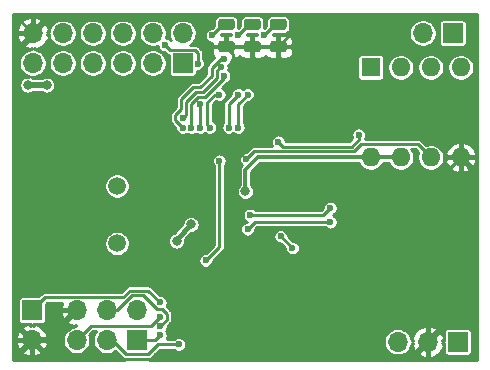
<source format=gbr>
G04 #@! TF.GenerationSoftware,KiCad,Pcbnew,5.1.6*
G04 #@! TF.CreationDate,2020-09-05T13:36:47+02:00*
G04 #@! TF.ProjectId,usynth,7573796e-7468-42e6-9b69-6361645f7063,2*
G04 #@! TF.SameCoordinates,Original*
G04 #@! TF.FileFunction,Copper,L2,Bot*
G04 #@! TF.FilePolarity,Positive*
%FSLAX46Y46*%
G04 Gerber Fmt 4.6, Leading zero omitted, Abs format (unit mm)*
G04 Created by KiCad (PCBNEW 5.1.6) date 2020-09-05 13:36:47*
%MOMM*%
%LPD*%
G01*
G04 APERTURE LIST*
G04 #@! TA.AperFunction,ComponentPad*
%ADD10O,1.700000X1.700000*%
G04 #@! TD*
G04 #@! TA.AperFunction,ComponentPad*
%ADD11R,1.700000X1.700000*%
G04 #@! TD*
G04 #@! TA.AperFunction,ComponentPad*
%ADD12C,1.500000*%
G04 #@! TD*
G04 #@! TA.AperFunction,ComponentPad*
%ADD13O,1.600000X1.600000*%
G04 #@! TD*
G04 #@! TA.AperFunction,ComponentPad*
%ADD14R,1.600000X1.600000*%
G04 #@! TD*
G04 #@! TA.AperFunction,ViaPad*
%ADD15C,0.800000*%
G04 #@! TD*
G04 #@! TA.AperFunction,ViaPad*
%ADD16C,0.600000*%
G04 #@! TD*
G04 #@! TA.AperFunction,Conductor*
%ADD17C,0.500000*%
G04 #@! TD*
G04 #@! TA.AperFunction,Conductor*
%ADD18C,0.400000*%
G04 #@! TD*
G04 #@! TA.AperFunction,Conductor*
%ADD19C,0.300000*%
G04 #@! TD*
G04 #@! TA.AperFunction,Conductor*
%ADD20C,0.250000*%
G04 #@! TD*
G04 #@! TA.AperFunction,Conductor*
%ADD21C,0.254000*%
G04 #@! TD*
G04 APERTURE END LIST*
G04 #@! TA.AperFunction,SMDPad,CuDef*
G36*
G01*
X138856250Y-61750000D02*
X137943750Y-61750000D01*
G75*
G02*
X137700000Y-61506250I0J243750D01*
G01*
X137700000Y-61018750D01*
G75*
G02*
X137943750Y-60775000I243750J0D01*
G01*
X138856250Y-60775000D01*
G75*
G02*
X139100000Y-61018750I0J-243750D01*
G01*
X139100000Y-61506250D01*
G75*
G02*
X138856250Y-61750000I-243750J0D01*
G01*
G37*
G04 #@! TD.AperFunction*
G04 #@! TA.AperFunction,SMDPad,CuDef*
G36*
G01*
X138856250Y-63625000D02*
X137943750Y-63625000D01*
G75*
G02*
X137700000Y-63381250I0J243750D01*
G01*
X137700000Y-62893750D01*
G75*
G02*
X137943750Y-62650000I243750J0D01*
G01*
X138856250Y-62650000D01*
G75*
G02*
X139100000Y-62893750I0J-243750D01*
G01*
X139100000Y-63381250D01*
G75*
G02*
X138856250Y-63625000I-243750J0D01*
G01*
G37*
G04 #@! TD.AperFunction*
D10*
X122000000Y-62000000D03*
X122000000Y-64540000D03*
X124540000Y-62000000D03*
X124540000Y-64540000D03*
X127080000Y-62000000D03*
X127080000Y-64540000D03*
X129620000Y-62000000D03*
X129620000Y-64540000D03*
X132160000Y-62000000D03*
X132160000Y-64540000D03*
X134700000Y-62000000D03*
D11*
X134700000Y-64540000D03*
G04 #@! TA.AperFunction,SMDPad,CuDef*
G36*
G01*
X141056250Y-61750000D02*
X140143750Y-61750000D01*
G75*
G02*
X139900000Y-61506250I0J243750D01*
G01*
X139900000Y-61018750D01*
G75*
G02*
X140143750Y-60775000I243750J0D01*
G01*
X141056250Y-60775000D01*
G75*
G02*
X141300000Y-61018750I0J-243750D01*
G01*
X141300000Y-61506250D01*
G75*
G02*
X141056250Y-61750000I-243750J0D01*
G01*
G37*
G04 #@! TD.AperFunction*
G04 #@! TA.AperFunction,SMDPad,CuDef*
G36*
G01*
X141056250Y-63625000D02*
X140143750Y-63625000D01*
G75*
G02*
X139900000Y-63381250I0J243750D01*
G01*
X139900000Y-62893750D01*
G75*
G02*
X140143750Y-62650000I243750J0D01*
G01*
X141056250Y-62650000D01*
G75*
G02*
X141300000Y-62893750I0J-243750D01*
G01*
X141300000Y-63381250D01*
G75*
G02*
X141056250Y-63625000I-243750J0D01*
G01*
G37*
G04 #@! TD.AperFunction*
G04 #@! TA.AperFunction,SMDPad,CuDef*
G36*
G01*
X143256250Y-61750000D02*
X142343750Y-61750000D01*
G75*
G02*
X142100000Y-61506250I0J243750D01*
G01*
X142100000Y-61018750D01*
G75*
G02*
X142343750Y-60775000I243750J0D01*
G01*
X143256250Y-60775000D01*
G75*
G02*
X143500000Y-61018750I0J-243750D01*
G01*
X143500000Y-61506250D01*
G75*
G02*
X143256250Y-61750000I-243750J0D01*
G01*
G37*
G04 #@! TD.AperFunction*
G04 #@! TA.AperFunction,SMDPad,CuDef*
G36*
G01*
X143256250Y-63625000D02*
X142343750Y-63625000D01*
G75*
G02*
X142100000Y-63381250I0J243750D01*
G01*
X142100000Y-62893750D01*
G75*
G02*
X142343750Y-62650000I243750J0D01*
G01*
X143256250Y-62650000D01*
G75*
G02*
X143500000Y-62893750I0J-243750D01*
G01*
X143500000Y-63381250D01*
G75*
G02*
X143256250Y-63625000I-243750J0D01*
G01*
G37*
G04 #@! TD.AperFunction*
D12*
X129159000Y-79810000D03*
X129159000Y-74930000D03*
D13*
X150622000Y-72517000D03*
X158242000Y-64897000D03*
X153162000Y-72517000D03*
X155702000Y-64897000D03*
X155702000Y-72517000D03*
X153162000Y-64897000D03*
X158242000Y-72517000D03*
D14*
X150622000Y-64897000D03*
D10*
X155020000Y-62000000D03*
D11*
X157560000Y-62000000D03*
D10*
X152908000Y-88138000D03*
X155448000Y-88138000D03*
D11*
X157988000Y-88138000D03*
D10*
X125720000Y-85471000D03*
X125720000Y-88011000D03*
X128260000Y-85471000D03*
X128260000Y-88011000D03*
X130800000Y-85471000D03*
D11*
X130800000Y-88011000D03*
D10*
X121920000Y-88011000D03*
D11*
X121920000Y-85471000D03*
D15*
X159200000Y-83400000D03*
X143400000Y-87400000D03*
D16*
X148400000Y-82800000D03*
X129200000Y-89400000D03*
X132566001Y-89366001D03*
X135400000Y-76000000D03*
X136800000Y-76000000D03*
X135400000Y-74400000D03*
X127400000Y-66400000D03*
X130000000Y-66000000D03*
X137137500Y-63137500D03*
X136400000Y-78400000D03*
X140400000Y-76400000D03*
X141000000Y-74200000D03*
X138800000Y-74400000D03*
X144462500Y-73262500D03*
X144000000Y-76600000D03*
X147200000Y-73800000D03*
X132600000Y-69400000D03*
X139000000Y-66000000D03*
X120600000Y-66400000D03*
X120600000Y-76600000D03*
X120600000Y-83000000D03*
X120600000Y-89400000D03*
D15*
X127399998Y-69200000D03*
D16*
X122200000Y-76600000D03*
X129800000Y-78000000D03*
X129800000Y-83200000D03*
X132678010Y-72321990D03*
X123238500Y-71346500D03*
X139600000Y-88200000D03*
X141800000Y-87400000D03*
X131600000Y-79200000D03*
X131600000Y-77000000D03*
X137200000Y-60600000D03*
X144000000Y-60600000D03*
X143600000Y-70200000D03*
X159400000Y-60600000D03*
X151800000Y-60600000D03*
X159400000Y-89400000D03*
X120600010Y-60600000D03*
X146800000Y-64800000D03*
X147000000Y-70600000D03*
X148200000Y-76200000D03*
X122400000Y-82000000D03*
X142600000Y-89400000D03*
X151074998Y-85725002D03*
X155600000Y-84400000D03*
X155800000Y-76800000D03*
X155400000Y-80200000D03*
X151600000Y-73600000D03*
X151000000Y-77000000D03*
X157600000Y-76800000D03*
X154800000Y-66200000D03*
X156000000Y-68800000D03*
X157400000Y-68800000D03*
X156400000Y-66200000D03*
X143600000Y-80999984D03*
X145200000Y-81000000D03*
X141400000Y-83000000D03*
X155200000Y-63600000D03*
X153600000Y-63600000D03*
X156600000Y-73600000D03*
X136200000Y-86000000D03*
X152000000Y-68800000D03*
X141600000Y-68000000D03*
X159400000Y-78200000D03*
X148200000Y-78000000D03*
X125600000Y-78200000D03*
X128400000Y-60600000D03*
X151000000Y-89400000D03*
X141600000Y-62200000D03*
X139400000Y-62200000D03*
X137200000Y-62200000D03*
X149600000Y-70600000D03*
X142800000Y-71200000D03*
X137000000Y-70000000D03*
X135978012Y-64578012D03*
X133200000Y-63000000D03*
X137800000Y-67200000D03*
X140091285Y-72691285D03*
X136200000Y-70000000D03*
X136207468Y-68009196D03*
X136652658Y-81246990D03*
X132800000Y-86000000D03*
X137800000Y-72800000D03*
X138600000Y-70000000D03*
X139400000Y-67200000D03*
X139400000Y-70000000D03*
X140200000Y-67200000D03*
X143000000Y-79200000D03*
X144000000Y-80200000D03*
X134381512Y-88353010D03*
X132800002Y-87600000D03*
X140200000Y-78600000D03*
X147200000Y-78000000D03*
X132800000Y-86800000D03*
X135428186Y-70023037D03*
X138204090Y-65631167D03*
X134716542Y-69187963D03*
X137969809Y-64909347D03*
X138222090Y-64186583D03*
X134689843Y-70000000D03*
X132800000Y-84800000D03*
D15*
X121600000Y-66400000D03*
X123200000Y-66400000D03*
X135400000Y-78200000D03*
X140000000Y-75400000D03*
X134200000Y-79600000D03*
D16*
X147200000Y-76800000D03*
X140400000Y-77400000D03*
D17*
X123180000Y-88011000D02*
X125720000Y-85471000D01*
X121920000Y-88011000D02*
X123180000Y-88011000D01*
X159200000Y-84386000D02*
X159200000Y-83400000D01*
X155448000Y-88138000D02*
X159200000Y-84386000D01*
X159200000Y-73475000D02*
X158242000Y-72517000D01*
X159200000Y-83400000D02*
X159200000Y-73475000D01*
D18*
X148400000Y-89332002D02*
X148366001Y-89366001D01*
X148400000Y-82800000D02*
X148400000Y-89332002D01*
D19*
X142800000Y-63137500D02*
X140600000Y-63137500D01*
X140600000Y-63137500D02*
X138400000Y-63137500D01*
X136031999Y-62031999D02*
X136031999Y-60831999D01*
X137137500Y-63137500D02*
X136031999Y-62031999D01*
X138400000Y-63137500D02*
X137137500Y-63137500D01*
D17*
X121920000Y-88011000D02*
X123295722Y-89386722D01*
X123295722Y-89386722D02*
X129129648Y-89386722D01*
D20*
X132566001Y-89366001D02*
X132545280Y-89386722D01*
X129186722Y-89386722D02*
X129200000Y-89400000D01*
X129129648Y-89386722D02*
X129186722Y-89386722D01*
X129200000Y-89400000D02*
X129400000Y-89400000D01*
X129400000Y-89400000D02*
X129600000Y-89600000D01*
X129600000Y-89600000D02*
X132332002Y-89600000D01*
X132332002Y-89600000D02*
X132566001Y-89366001D01*
D18*
X135400000Y-76000000D02*
X136800000Y-76000000D01*
D17*
X135971999Y-60771999D02*
X136031999Y-60831999D01*
X123228001Y-60771999D02*
X135971999Y-60771999D01*
X122000000Y-62000000D02*
X123228001Y-60771999D01*
D20*
X127800000Y-66000000D02*
X130000000Y-66000000D01*
X127400000Y-66400000D02*
X127800000Y-66000000D01*
X141000000Y-75800000D02*
X141000000Y-74200000D01*
X140400000Y-76400000D02*
X141000000Y-75800000D01*
X146662500Y-73262500D02*
X147200000Y-73800000D01*
X144462500Y-73262500D02*
X146662500Y-73262500D01*
X139000000Y-66000000D02*
X139000000Y-63737500D01*
X139000000Y-63737500D02*
X138400000Y-63137500D01*
D17*
X120600000Y-63560000D02*
X122100000Y-62060000D01*
X120691999Y-71708001D02*
X120600000Y-71616002D01*
X120600000Y-71800000D02*
X120691999Y-71708001D01*
X121920000Y-88011000D02*
X120600000Y-86691000D01*
X120600000Y-71616002D02*
X120600000Y-66400000D01*
X120600000Y-66400000D02*
X120600000Y-63560000D01*
X120600000Y-76600000D02*
X120600000Y-71800000D01*
X120600000Y-86691000D02*
X120600000Y-83000000D01*
X120600000Y-83000000D02*
X120600000Y-76600000D01*
X121920000Y-88080000D02*
X120600000Y-89400000D01*
X121920000Y-88011000D02*
X121920000Y-88080000D01*
X126999999Y-69599999D02*
X127399998Y-69200000D01*
X124891997Y-71708001D02*
X126999999Y-69599999D01*
D20*
X127400000Y-69199998D02*
X127399998Y-69200000D01*
D17*
X120691999Y-71708001D02*
X124891997Y-71708001D01*
D20*
X127400000Y-66400000D02*
X127400000Y-69199998D01*
X120600000Y-76600000D02*
X122200000Y-76600000D01*
X140400000Y-87400000D02*
X139600000Y-88200000D01*
X143400000Y-87400000D02*
X140400000Y-87400000D01*
X144000000Y-61937500D02*
X144000000Y-60600000D01*
X142800000Y-63137500D02*
X144000000Y-61937500D01*
X144000000Y-60600000D02*
X151800000Y-60600000D01*
X151800000Y-60600000D02*
X159400000Y-60600000D01*
X122000000Y-62000000D02*
X120600010Y-60600010D01*
X120600010Y-60600010D02*
X120600010Y-60600000D01*
X144000000Y-70600000D02*
X143600000Y-70200000D01*
X147000000Y-70600000D02*
X144000000Y-70600000D01*
X121400000Y-83000000D02*
X122400000Y-82000000D01*
X120600000Y-83000000D02*
X121400000Y-83000000D01*
D17*
X148332002Y-89400000D02*
X143800000Y-89400000D01*
X148366001Y-89366001D02*
X148332002Y-89400000D01*
X143400000Y-89200000D02*
X143400000Y-87400000D01*
X148400000Y-89400000D02*
X148366001Y-89366001D01*
X154186000Y-89400000D02*
X148400000Y-89400000D01*
X155448000Y-88138000D02*
X154186000Y-89400000D01*
X143732002Y-89400000D02*
X142600000Y-89400000D01*
X132566001Y-89366001D02*
X142566001Y-89366001D01*
X142566001Y-89366001D02*
X142600000Y-89400000D01*
D20*
X151400000Y-73800000D02*
X151600000Y-73600000D01*
X147200000Y-73800000D02*
X151400000Y-73800000D01*
X155600000Y-80400000D02*
X155400000Y-80200000D01*
X155600000Y-84400000D02*
X155600000Y-80400000D01*
X155400000Y-77200000D02*
X155800000Y-76800000D01*
X155400000Y-80200000D02*
X155400000Y-77200000D01*
X155800000Y-76800000D02*
X155800000Y-74959000D01*
X156000000Y-68800000D02*
X157400000Y-68800000D01*
X154800000Y-66200000D02*
X156400000Y-66200000D01*
X150200000Y-76200000D02*
X151000000Y-77000000D01*
X148200000Y-76200000D02*
X150200000Y-76200000D01*
X155800000Y-76800000D02*
X157600000Y-76800000D01*
X156879500Y-73879500D02*
X156600000Y-73600000D01*
X155800000Y-74959000D02*
X156879500Y-73879500D01*
X156879500Y-73879500D02*
X158242000Y-72517000D01*
X153600000Y-63600000D02*
X155200000Y-63600000D01*
X154500001Y-64299999D02*
X155200000Y-63600000D01*
X154500001Y-65900001D02*
X154500001Y-64299999D01*
X154800000Y-66200000D02*
X154500001Y-65900001D01*
X154600000Y-66200000D02*
X154800000Y-66200000D01*
X152000000Y-68800000D02*
X154600000Y-66200000D01*
X138400000Y-88200000D02*
X136200000Y-86000000D01*
X139600000Y-88200000D02*
X138400000Y-88200000D01*
X148200000Y-76200000D02*
X148200000Y-78000000D01*
D17*
X130800000Y-85471000D02*
X130800000Y-85200000D01*
D20*
X142537500Y-61262500D02*
X141600000Y-62200000D01*
X142800000Y-61262500D02*
X142537500Y-61262500D01*
X140337500Y-61262500D02*
X139400000Y-62200000D01*
X140600000Y-61262500D02*
X140337500Y-61262500D01*
X138137500Y-61262500D02*
X137200000Y-62200000D01*
X138400000Y-61262500D02*
X138137500Y-61262500D01*
X144400000Y-71600000D02*
X149000000Y-71600000D01*
X143200000Y-71600000D02*
X144400000Y-71600000D01*
X142800000Y-71200000D02*
X143200000Y-71600000D01*
X149600000Y-71000000D02*
X149600000Y-70600000D01*
X149000000Y-71600000D02*
X149600000Y-71000000D01*
X133963001Y-63436999D02*
X135752401Y-63436999D01*
X135978012Y-63662610D02*
X135978012Y-64578012D01*
X135752401Y-63436999D02*
X135978012Y-63662610D01*
X133963001Y-63436999D02*
X133636999Y-63436999D01*
X133636999Y-63436999D02*
X133200000Y-63000000D01*
X137000000Y-70000000D02*
X136800000Y-69800000D01*
X136800000Y-67800000D02*
X137400000Y-67200000D01*
X136800000Y-69800000D02*
X136800000Y-67800000D01*
X137400000Y-67200000D02*
X137800000Y-67200000D01*
X140782570Y-72000000D02*
X140091285Y-72691285D01*
X149200000Y-72000000D02*
X140782570Y-72000000D01*
X154585000Y-71400000D02*
X149800000Y-71400000D01*
X155702000Y-72517000D02*
X154585000Y-71400000D01*
X149800000Y-71400000D02*
X149200000Y-72000000D01*
X136200000Y-70000000D02*
X136200000Y-68016664D01*
X136200000Y-68016664D02*
X136207468Y-68009196D01*
X136652658Y-81246990D02*
X137800000Y-80099648D01*
X137800000Y-80099648D02*
X137800000Y-72800000D01*
X125720000Y-88011000D02*
X126931000Y-86800000D01*
X126931000Y-86800000D02*
X132000000Y-86800000D01*
X132000000Y-86800000D02*
X132800000Y-86000000D01*
X138600000Y-70000000D02*
X138600000Y-68000000D01*
X138600000Y-68000000D02*
X139400000Y-67200000D01*
X139400000Y-68000000D02*
X140200000Y-67200000D01*
X139400000Y-70000000D02*
X139400000Y-68000000D01*
X143000000Y-79200000D02*
X144000000Y-80200000D01*
X128260000Y-88011000D02*
X128716001Y-88011000D01*
X128716001Y-88011000D02*
X129905001Y-89200000D01*
X129905001Y-89200000D02*
X131765558Y-89200000D01*
X131765558Y-89200000D02*
X132612548Y-88353010D01*
X132612548Y-88353010D02*
X134381512Y-88353010D01*
X132389002Y-88011000D02*
X132800002Y-87600000D01*
X130800000Y-88011000D02*
X132389002Y-88011000D01*
X140800000Y-78000000D02*
X140200000Y-78600000D01*
X147200000Y-78000000D02*
X140800000Y-78000000D01*
X133353001Y-86246999D02*
X132800000Y-86800000D01*
X133353001Y-85749755D02*
X133353001Y-86246999D01*
X132956248Y-85353002D02*
X133353001Y-85749755D01*
X132534558Y-85353002D02*
X132956248Y-85353002D01*
X131381556Y-84200000D02*
X132534558Y-85353002D01*
X129129000Y-85471000D02*
X130400000Y-84200000D01*
X130400000Y-84200000D02*
X131381556Y-84200000D01*
X128260000Y-85471000D02*
X129129000Y-85471000D01*
X135428186Y-70023037D02*
X135428186Y-68006402D01*
X135428186Y-68006402D02*
X136017294Y-67417294D01*
X136017294Y-67417294D02*
X136582706Y-67417294D01*
X138204090Y-65795910D02*
X138204090Y-65631167D01*
X136582706Y-67417294D02*
X138204090Y-65795910D01*
X137904049Y-64909347D02*
X137969809Y-64909347D01*
X137606698Y-65206698D02*
X137904049Y-64909347D01*
X137606698Y-65793302D02*
X137606698Y-65206698D01*
X136393302Y-67006698D02*
X137606698Y-65793302D01*
X135806698Y-67006698D02*
X136393302Y-67006698D01*
X135000000Y-67813396D02*
X135806698Y-67006698D01*
X135000000Y-68904505D02*
X135000000Y-67813396D01*
X134716542Y-69187963D02*
X135000000Y-68904505D01*
X134600000Y-68400000D02*
X134600000Y-67600000D01*
X134600000Y-67600000D02*
X135600000Y-66600000D01*
X137905621Y-64186583D02*
X138222090Y-64186583D01*
X135600000Y-66600000D02*
X136200000Y-66600000D01*
X136200000Y-66600000D02*
X137146102Y-65653898D01*
X137146102Y-65653898D02*
X137146102Y-64946102D01*
X137146102Y-64946102D02*
X137905621Y-64186583D01*
X134078820Y-68921180D02*
X134600000Y-68400000D01*
X134078820Y-69332317D02*
X134078820Y-68921180D01*
X134078820Y-69388977D02*
X134689843Y-70000000D01*
X134078820Y-69332317D02*
X134078820Y-69388977D01*
X131800000Y-83800000D02*
X132800000Y-84800000D01*
X130200000Y-83800000D02*
X131800000Y-83800000D01*
X129632001Y-84367999D02*
X130200000Y-83800000D01*
X123032001Y-84367999D02*
X129632001Y-84367999D01*
X121929000Y-85471000D02*
X123032001Y-84367999D01*
X121920000Y-85471000D02*
X121929000Y-85471000D01*
D17*
X121600000Y-66400000D02*
X123200000Y-66400000D01*
D19*
X150622000Y-72517000D02*
X153162000Y-72517000D01*
D18*
X134200000Y-79600000D02*
X134200000Y-79400000D01*
X134200000Y-79400000D02*
X135400000Y-78200000D01*
D19*
X140000000Y-73600000D02*
X140000000Y-75400000D01*
X141083000Y-72517000D02*
X140000000Y-73600000D01*
X150622000Y-72517000D02*
X141083000Y-72517000D01*
D20*
X147200000Y-76800000D02*
X146600000Y-77400000D01*
X146600000Y-77400000D02*
X140400000Y-77400000D01*
D21*
G36*
X159648001Y-89648000D02*
G01*
X131828376Y-89648000D01*
X131854165Y-89645460D01*
X131939368Y-89619614D01*
X132017891Y-89577643D01*
X132086717Y-89521159D01*
X132100881Y-89503900D01*
X132799772Y-88805010D01*
X133946800Y-88805010D01*
X133981823Y-88840033D01*
X134084516Y-88908650D01*
X134198623Y-88955915D01*
X134319758Y-88980010D01*
X134443266Y-88980010D01*
X134564401Y-88955915D01*
X134678508Y-88908650D01*
X134781201Y-88840033D01*
X134868535Y-88752699D01*
X134937152Y-88650006D01*
X134984417Y-88535899D01*
X135008512Y-88414764D01*
X135008512Y-88291256D01*
X134984417Y-88170121D01*
X134937152Y-88056014D01*
X134914476Y-88022076D01*
X151731000Y-88022076D01*
X151731000Y-88253924D01*
X151776231Y-88481318D01*
X151864956Y-88695519D01*
X151993764Y-88888294D01*
X152157706Y-89052236D01*
X152350481Y-89181044D01*
X152564682Y-89269769D01*
X152792076Y-89315000D01*
X153023924Y-89315000D01*
X153251318Y-89269769D01*
X153465519Y-89181044D01*
X153658294Y-89052236D01*
X153822236Y-88888294D01*
X153951044Y-88695519D01*
X154039769Y-88481318D01*
X154085000Y-88253924D01*
X154085000Y-88211002D01*
X154204682Y-88211002D01*
X154101282Y-88425209D01*
X154183191Y-88682422D01*
X154313705Y-88918713D01*
X154487810Y-89125002D01*
X154698814Y-89293361D01*
X154938609Y-89417320D01*
X155160791Y-89484715D01*
X155375000Y-89381108D01*
X155375000Y-88211000D01*
X155355000Y-88211000D01*
X155355000Y-88065000D01*
X155375000Y-88065000D01*
X155375000Y-86894892D01*
X155521000Y-86894892D01*
X155521000Y-88065000D01*
X155541000Y-88065000D01*
X155541000Y-88211000D01*
X155521000Y-88211000D01*
X155521000Y-89381108D01*
X155735209Y-89484715D01*
X155957391Y-89417320D01*
X156197186Y-89293361D01*
X156408190Y-89125002D01*
X156582295Y-88918713D01*
X156712809Y-88682422D01*
X156794718Y-88425209D01*
X156691318Y-88211002D01*
X156809418Y-88211002D01*
X156809418Y-88988000D01*
X156815732Y-89052103D01*
X156834430Y-89113743D01*
X156864794Y-89170550D01*
X156905657Y-89220343D01*
X156955450Y-89261206D01*
X157012257Y-89291570D01*
X157073897Y-89310268D01*
X157138000Y-89316582D01*
X158838000Y-89316582D01*
X158902103Y-89310268D01*
X158963743Y-89291570D01*
X159020550Y-89261206D01*
X159070343Y-89220343D01*
X159111206Y-89170550D01*
X159141570Y-89113743D01*
X159160268Y-89052103D01*
X159166582Y-88988000D01*
X159166582Y-87288000D01*
X159160268Y-87223897D01*
X159141570Y-87162257D01*
X159111206Y-87105450D01*
X159070343Y-87055657D01*
X159020550Y-87014794D01*
X158963743Y-86984430D01*
X158902103Y-86965732D01*
X158838000Y-86959418D01*
X157138000Y-86959418D01*
X157073897Y-86965732D01*
X157012257Y-86984430D01*
X156955450Y-87014794D01*
X156905657Y-87055657D01*
X156864794Y-87105450D01*
X156834430Y-87162257D01*
X156815732Y-87223897D01*
X156809418Y-87288000D01*
X156809418Y-88064998D01*
X156691318Y-88064998D01*
X156794718Y-87850791D01*
X156712809Y-87593578D01*
X156582295Y-87357287D01*
X156408190Y-87150998D01*
X156197186Y-86982639D01*
X155957391Y-86858680D01*
X155735209Y-86791285D01*
X155521000Y-86894892D01*
X155375000Y-86894892D01*
X155160791Y-86791285D01*
X154938609Y-86858680D01*
X154698814Y-86982639D01*
X154487810Y-87150998D01*
X154313705Y-87357287D01*
X154183191Y-87593578D01*
X154101282Y-87850791D01*
X154204682Y-88064998D01*
X154085000Y-88064998D01*
X154085000Y-88022076D01*
X154039769Y-87794682D01*
X153951044Y-87580481D01*
X153822236Y-87387706D01*
X153658294Y-87223764D01*
X153465519Y-87094956D01*
X153251318Y-87006231D01*
X153023924Y-86961000D01*
X152792076Y-86961000D01*
X152564682Y-87006231D01*
X152350481Y-87094956D01*
X152157706Y-87223764D01*
X151993764Y-87387706D01*
X151864956Y-87580481D01*
X151776231Y-87794682D01*
X151731000Y-88022076D01*
X134914476Y-88022076D01*
X134868535Y-87953321D01*
X134781201Y-87865987D01*
X134678508Y-87797370D01*
X134564401Y-87750105D01*
X134443266Y-87726010D01*
X134319758Y-87726010D01*
X134198623Y-87750105D01*
X134084516Y-87797370D01*
X133981823Y-87865987D01*
X133946800Y-87901010D01*
X133352960Y-87901010D01*
X133355642Y-87896996D01*
X133402907Y-87782889D01*
X133427002Y-87661754D01*
X133427002Y-87538246D01*
X133402907Y-87417111D01*
X133355642Y-87303004D01*
X133287025Y-87200311D01*
X133286713Y-87199999D01*
X133287023Y-87199689D01*
X133355640Y-87096996D01*
X133402905Y-86982889D01*
X133427000Y-86861754D01*
X133427000Y-86812224D01*
X133656906Y-86582318D01*
X133674160Y-86568158D01*
X133730644Y-86499332D01*
X133772615Y-86420809D01*
X133784877Y-86380386D01*
X133798461Y-86335607D01*
X133807188Y-86246999D01*
X133805001Y-86224794D01*
X133805001Y-85771957D01*
X133807188Y-85749754D01*
X133805001Y-85727550D01*
X133798461Y-85661148D01*
X133772615Y-85575945D01*
X133730644Y-85497422D01*
X133674160Y-85428596D01*
X133656912Y-85414441D01*
X133349161Y-85106692D01*
X133355640Y-85096996D01*
X133402905Y-84982889D01*
X133427000Y-84861754D01*
X133427000Y-84738246D01*
X133402905Y-84617111D01*
X133355640Y-84503004D01*
X133287023Y-84400311D01*
X133199689Y-84312977D01*
X133096996Y-84244360D01*
X132982889Y-84197095D01*
X132861754Y-84173000D01*
X132812224Y-84173000D01*
X132135323Y-83496100D01*
X132121159Y-83478841D01*
X132052333Y-83422357D01*
X131973810Y-83380386D01*
X131888607Y-83354540D01*
X131822205Y-83348000D01*
X131800000Y-83345813D01*
X131777795Y-83348000D01*
X130222205Y-83348000D01*
X130200000Y-83345813D01*
X130111392Y-83354540D01*
X130026190Y-83380386D01*
X129947667Y-83422357D01*
X129878841Y-83478841D01*
X129864681Y-83496095D01*
X129444778Y-83915999D01*
X123054206Y-83915999D01*
X123032001Y-83913812D01*
X122943393Y-83922539D01*
X122860558Y-83947667D01*
X122858191Y-83948385D01*
X122779668Y-83990356D01*
X122710842Y-84046840D01*
X122696682Y-84064094D01*
X122468358Y-84292418D01*
X121070000Y-84292418D01*
X121005897Y-84298732D01*
X120944257Y-84317430D01*
X120887450Y-84347794D01*
X120837657Y-84388657D01*
X120796794Y-84438450D01*
X120766430Y-84495257D01*
X120747732Y-84556897D01*
X120741418Y-84621000D01*
X120741418Y-86321000D01*
X120747732Y-86385103D01*
X120766430Y-86446743D01*
X120796794Y-86503550D01*
X120837657Y-86553343D01*
X120887450Y-86594206D01*
X120944257Y-86624570D01*
X121005897Y-86643268D01*
X121070000Y-86649582D01*
X121846998Y-86649582D01*
X121846998Y-86767682D01*
X121632791Y-86664282D01*
X121375578Y-86746191D01*
X121139287Y-86876705D01*
X120932998Y-87050810D01*
X120764639Y-87261814D01*
X120640680Y-87501609D01*
X120573285Y-87723791D01*
X120676892Y-87938000D01*
X121847000Y-87938000D01*
X121847000Y-87918000D01*
X121993000Y-87918000D01*
X121993000Y-87938000D01*
X123163108Y-87938000D01*
X123266715Y-87723791D01*
X123199320Y-87501609D01*
X123075361Y-87261814D01*
X122907002Y-87050810D01*
X122700713Y-86876705D01*
X122464422Y-86746191D01*
X122207209Y-86664282D01*
X121993002Y-86767682D01*
X121993002Y-86649582D01*
X122770000Y-86649582D01*
X122834103Y-86643268D01*
X122895743Y-86624570D01*
X122952550Y-86594206D01*
X123002343Y-86553343D01*
X123043206Y-86503550D01*
X123073570Y-86446743D01*
X123092268Y-86385103D01*
X123098582Y-86321000D01*
X123098582Y-84940642D01*
X123219225Y-84819999D01*
X124514059Y-84819999D01*
X124455191Y-84926578D01*
X124373282Y-85183791D01*
X124476683Y-85398000D01*
X125647000Y-85398000D01*
X125647000Y-85378000D01*
X125793000Y-85378000D01*
X125793000Y-85398000D01*
X125813000Y-85398000D01*
X125813000Y-85544000D01*
X125793000Y-85544000D01*
X125793000Y-85564000D01*
X125647000Y-85564000D01*
X125647000Y-85544000D01*
X124476683Y-85544000D01*
X124373282Y-85758209D01*
X124455191Y-86015422D01*
X124585705Y-86251713D01*
X124759810Y-86458002D01*
X124970814Y-86626361D01*
X125210609Y-86750320D01*
X125432791Y-86817715D01*
X125646998Y-86714109D01*
X125646998Y-86834000D01*
X125604076Y-86834000D01*
X125376682Y-86879231D01*
X125162481Y-86967956D01*
X124969706Y-87096764D01*
X124805764Y-87260706D01*
X124676956Y-87453481D01*
X124588231Y-87667682D01*
X124543000Y-87895076D01*
X124543000Y-88126924D01*
X124588231Y-88354318D01*
X124676956Y-88568519D01*
X124805764Y-88761294D01*
X124969706Y-88925236D01*
X125162481Y-89054044D01*
X125376682Y-89142769D01*
X125604076Y-89188000D01*
X125835924Y-89188000D01*
X126063318Y-89142769D01*
X126277519Y-89054044D01*
X126470294Y-88925236D01*
X126634236Y-88761294D01*
X126763044Y-88568519D01*
X126851769Y-88354318D01*
X126897000Y-88126924D01*
X126897000Y-87895076D01*
X126851769Y-87667682D01*
X126808061Y-87562162D01*
X127118224Y-87252000D01*
X127354470Y-87252000D01*
X127345764Y-87260706D01*
X127216956Y-87453481D01*
X127128231Y-87667682D01*
X127083000Y-87895076D01*
X127083000Y-88126924D01*
X127128231Y-88354318D01*
X127216956Y-88568519D01*
X127345764Y-88761294D01*
X127509706Y-88925236D01*
X127702481Y-89054044D01*
X127916682Y-89142769D01*
X128144076Y-89188000D01*
X128375924Y-89188000D01*
X128603318Y-89142769D01*
X128817519Y-89054044D01*
X128998736Y-88932959D01*
X129569682Y-89503905D01*
X129583842Y-89521159D01*
X129652668Y-89577643D01*
X129731191Y-89619614D01*
X129816393Y-89645460D01*
X129842182Y-89648000D01*
X120352000Y-89648000D01*
X120352000Y-88298209D01*
X120573285Y-88298209D01*
X120640680Y-88520391D01*
X120764639Y-88760186D01*
X120932998Y-88971190D01*
X121139287Y-89145295D01*
X121375578Y-89275809D01*
X121632791Y-89357718D01*
X121847000Y-89254317D01*
X121847000Y-88084000D01*
X121993000Y-88084000D01*
X121993000Y-89254317D01*
X122207209Y-89357718D01*
X122464422Y-89275809D01*
X122700713Y-89145295D01*
X122907002Y-88971190D01*
X123075361Y-88760186D01*
X123199320Y-88520391D01*
X123266715Y-88298209D01*
X123163108Y-88084000D01*
X121993000Y-88084000D01*
X121847000Y-88084000D01*
X120676892Y-88084000D01*
X120573285Y-88298209D01*
X120352000Y-88298209D01*
X120352000Y-81185236D01*
X136025658Y-81185236D01*
X136025658Y-81308744D01*
X136049753Y-81429879D01*
X136097018Y-81543986D01*
X136165635Y-81646679D01*
X136252969Y-81734013D01*
X136355662Y-81802630D01*
X136469769Y-81849895D01*
X136590904Y-81873990D01*
X136714412Y-81873990D01*
X136835547Y-81849895D01*
X136949654Y-81802630D01*
X137052347Y-81734013D01*
X137139681Y-81646679D01*
X137208298Y-81543986D01*
X137255563Y-81429879D01*
X137279658Y-81308744D01*
X137279658Y-81259213D01*
X138103906Y-80434966D01*
X138121159Y-80420807D01*
X138177643Y-80351981D01*
X138219614Y-80273458D01*
X138223164Y-80261754D01*
X138245460Y-80188256D01*
X138254187Y-80099648D01*
X138252000Y-80077443D01*
X138252000Y-78538246D01*
X139573000Y-78538246D01*
X139573000Y-78661754D01*
X139597095Y-78782889D01*
X139644360Y-78896996D01*
X139712977Y-78999689D01*
X139800311Y-79087023D01*
X139903004Y-79155640D01*
X140017111Y-79202905D01*
X140138246Y-79227000D01*
X140261754Y-79227000D01*
X140382889Y-79202905D01*
X140496996Y-79155640D01*
X140523028Y-79138246D01*
X142373000Y-79138246D01*
X142373000Y-79261754D01*
X142397095Y-79382889D01*
X142444360Y-79496996D01*
X142512977Y-79599689D01*
X142600311Y-79687023D01*
X142703004Y-79755640D01*
X142817111Y-79802905D01*
X142938246Y-79827000D01*
X142987777Y-79827000D01*
X143373000Y-80212224D01*
X143373000Y-80261754D01*
X143397095Y-80382889D01*
X143444360Y-80496996D01*
X143512977Y-80599689D01*
X143600311Y-80687023D01*
X143703004Y-80755640D01*
X143817111Y-80802905D01*
X143938246Y-80827000D01*
X144061754Y-80827000D01*
X144182889Y-80802905D01*
X144296996Y-80755640D01*
X144399689Y-80687023D01*
X144487023Y-80599689D01*
X144555640Y-80496996D01*
X144602905Y-80382889D01*
X144627000Y-80261754D01*
X144627000Y-80138246D01*
X144602905Y-80017111D01*
X144555640Y-79903004D01*
X144487023Y-79800311D01*
X144399689Y-79712977D01*
X144296996Y-79644360D01*
X144182889Y-79597095D01*
X144061754Y-79573000D01*
X144012224Y-79573000D01*
X143627000Y-79187777D01*
X143627000Y-79138246D01*
X143602905Y-79017111D01*
X143555640Y-78903004D01*
X143487023Y-78800311D01*
X143399689Y-78712977D01*
X143296996Y-78644360D01*
X143182889Y-78597095D01*
X143061754Y-78573000D01*
X142938246Y-78573000D01*
X142817111Y-78597095D01*
X142703004Y-78644360D01*
X142600311Y-78712977D01*
X142512977Y-78800311D01*
X142444360Y-78903004D01*
X142397095Y-79017111D01*
X142373000Y-79138246D01*
X140523028Y-79138246D01*
X140599689Y-79087023D01*
X140687023Y-78999689D01*
X140755640Y-78896996D01*
X140802905Y-78782889D01*
X140827000Y-78661754D01*
X140827000Y-78612224D01*
X140987225Y-78452000D01*
X146765288Y-78452000D01*
X146800311Y-78487023D01*
X146903004Y-78555640D01*
X147017111Y-78602905D01*
X147138246Y-78627000D01*
X147261754Y-78627000D01*
X147382889Y-78602905D01*
X147496996Y-78555640D01*
X147599689Y-78487023D01*
X147687023Y-78399689D01*
X147755640Y-78296996D01*
X147802905Y-78182889D01*
X147827000Y-78061754D01*
X147827000Y-77938246D01*
X147802905Y-77817111D01*
X147755640Y-77703004D01*
X147687023Y-77600311D01*
X147599689Y-77512977D01*
X147496996Y-77444360D01*
X147389902Y-77400000D01*
X147496996Y-77355640D01*
X147599689Y-77287023D01*
X147687023Y-77199689D01*
X147755640Y-77096996D01*
X147802905Y-76982889D01*
X147827000Y-76861754D01*
X147827000Y-76738246D01*
X147802905Y-76617111D01*
X147755640Y-76503004D01*
X147687023Y-76400311D01*
X147599689Y-76312977D01*
X147496996Y-76244360D01*
X147382889Y-76197095D01*
X147261754Y-76173000D01*
X147138246Y-76173000D01*
X147017111Y-76197095D01*
X146903004Y-76244360D01*
X146800311Y-76312977D01*
X146712977Y-76400311D01*
X146644360Y-76503004D01*
X146597095Y-76617111D01*
X146573000Y-76738246D01*
X146573000Y-76787776D01*
X146412777Y-76948000D01*
X140834712Y-76948000D01*
X140799689Y-76912977D01*
X140696996Y-76844360D01*
X140582889Y-76797095D01*
X140461754Y-76773000D01*
X140338246Y-76773000D01*
X140217111Y-76797095D01*
X140103004Y-76844360D01*
X140000311Y-76912977D01*
X139912977Y-77000311D01*
X139844360Y-77103004D01*
X139797095Y-77217111D01*
X139773000Y-77338246D01*
X139773000Y-77461754D01*
X139797095Y-77582889D01*
X139844360Y-77696996D01*
X139912977Y-77799689D01*
X140000311Y-77887023D01*
X140103004Y-77955640D01*
X140144914Y-77973000D01*
X140138246Y-77973000D01*
X140017111Y-77997095D01*
X139903004Y-78044360D01*
X139800311Y-78112977D01*
X139712977Y-78200311D01*
X139644360Y-78303004D01*
X139597095Y-78417111D01*
X139573000Y-78538246D01*
X138252000Y-78538246D01*
X138252000Y-75328397D01*
X139273000Y-75328397D01*
X139273000Y-75471603D01*
X139300938Y-75612058D01*
X139355741Y-75744364D01*
X139435302Y-75863436D01*
X139536564Y-75964698D01*
X139655636Y-76044259D01*
X139787942Y-76099062D01*
X139928397Y-76127000D01*
X140071603Y-76127000D01*
X140212058Y-76099062D01*
X140344364Y-76044259D01*
X140463436Y-75964698D01*
X140564698Y-75863436D01*
X140644259Y-75744364D01*
X140699062Y-75612058D01*
X140727000Y-75471603D01*
X140727000Y-75328397D01*
X140699062Y-75187942D01*
X140644259Y-75055636D01*
X140564698Y-74936564D01*
X140477000Y-74848866D01*
X140477000Y-73797579D01*
X141280580Y-72994000D01*
X149599724Y-72994000D01*
X149623266Y-73050835D01*
X149746602Y-73235421D01*
X149903579Y-73392398D01*
X150088165Y-73515734D01*
X150293266Y-73600690D01*
X150511000Y-73644000D01*
X150733000Y-73644000D01*
X150950734Y-73600690D01*
X151155835Y-73515734D01*
X151340421Y-73392398D01*
X151497398Y-73235421D01*
X151620734Y-73050835D01*
X151644276Y-72994000D01*
X152139724Y-72994000D01*
X152163266Y-73050835D01*
X152286602Y-73235421D01*
X152443579Y-73392398D01*
X152628165Y-73515734D01*
X152833266Y-73600690D01*
X153051000Y-73644000D01*
X153273000Y-73644000D01*
X153490734Y-73600690D01*
X153695835Y-73515734D01*
X153880421Y-73392398D01*
X154037398Y-73235421D01*
X154160734Y-73050835D01*
X154245690Y-72845734D01*
X154289000Y-72628000D01*
X154289000Y-72406000D01*
X154245690Y-72188266D01*
X154160734Y-71983165D01*
X154073093Y-71852000D01*
X154397777Y-71852000D01*
X154652207Y-72106431D01*
X154618310Y-72188266D01*
X154575000Y-72406000D01*
X154575000Y-72628000D01*
X154618310Y-72845734D01*
X154703266Y-73050835D01*
X154826602Y-73235421D01*
X154983579Y-73392398D01*
X155168165Y-73515734D01*
X155373266Y-73600690D01*
X155591000Y-73644000D01*
X155813000Y-73644000D01*
X156030734Y-73600690D01*
X156235835Y-73515734D01*
X156420421Y-73392398D01*
X156577398Y-73235421D01*
X156700734Y-73050835D01*
X156785690Y-72845734D01*
X156795507Y-72796376D01*
X156944739Y-72796376D01*
X157024169Y-73044091D01*
X157150400Y-73271550D01*
X157318580Y-73470012D01*
X157522247Y-73631850D01*
X157753573Y-73750845D01*
X157962624Y-73814258D01*
X158169000Y-73710019D01*
X158169000Y-72590000D01*
X158315000Y-72590000D01*
X158315000Y-73710019D01*
X158521376Y-73814258D01*
X158730427Y-73750845D01*
X158961753Y-73631850D01*
X159165420Y-73470012D01*
X159333600Y-73271550D01*
X159459831Y-73044091D01*
X159539261Y-72796376D01*
X159435244Y-72590000D01*
X158315000Y-72590000D01*
X158169000Y-72590000D01*
X157048756Y-72590000D01*
X156944739Y-72796376D01*
X156795507Y-72796376D01*
X156829000Y-72628000D01*
X156829000Y-72406000D01*
X156795508Y-72237624D01*
X156944739Y-72237624D01*
X157048756Y-72444000D01*
X158169000Y-72444000D01*
X158169000Y-71323981D01*
X158315000Y-71323981D01*
X158315000Y-72444000D01*
X159435244Y-72444000D01*
X159539261Y-72237624D01*
X159459831Y-71989909D01*
X159333600Y-71762450D01*
X159165420Y-71563988D01*
X158961753Y-71402150D01*
X158730427Y-71283155D01*
X158521376Y-71219742D01*
X158315000Y-71323981D01*
X158169000Y-71323981D01*
X157962624Y-71219742D01*
X157753573Y-71283155D01*
X157522247Y-71402150D01*
X157318580Y-71563988D01*
X157150400Y-71762450D01*
X157024169Y-71989909D01*
X156944739Y-72237624D01*
X156795508Y-72237624D01*
X156785690Y-72188266D01*
X156700734Y-71983165D01*
X156577398Y-71798579D01*
X156420421Y-71641602D01*
X156235835Y-71518266D01*
X156030734Y-71433310D01*
X155813000Y-71390000D01*
X155591000Y-71390000D01*
X155373266Y-71433310D01*
X155291431Y-71467207D01*
X154920323Y-71096100D01*
X154906159Y-71078841D01*
X154837333Y-71022357D01*
X154758810Y-70980386D01*
X154673607Y-70954540D01*
X154607205Y-70948000D01*
X154585000Y-70945813D01*
X154562795Y-70948000D01*
X150121560Y-70948000D01*
X150155640Y-70896996D01*
X150202905Y-70782889D01*
X150227000Y-70661754D01*
X150227000Y-70538246D01*
X150202905Y-70417111D01*
X150155640Y-70303004D01*
X150087023Y-70200311D01*
X149999689Y-70112977D01*
X149896996Y-70044360D01*
X149782889Y-69997095D01*
X149661754Y-69973000D01*
X149538246Y-69973000D01*
X149417111Y-69997095D01*
X149303004Y-70044360D01*
X149200311Y-70112977D01*
X149112977Y-70200311D01*
X149044360Y-70303004D01*
X148997095Y-70417111D01*
X148973000Y-70538246D01*
X148973000Y-70661754D01*
X148997095Y-70782889D01*
X149044360Y-70896996D01*
X149052138Y-70908637D01*
X148812777Y-71148000D01*
X143427000Y-71148000D01*
X143427000Y-71138246D01*
X143402905Y-71017111D01*
X143355640Y-70903004D01*
X143287023Y-70800311D01*
X143199689Y-70712977D01*
X143096996Y-70644360D01*
X142982889Y-70597095D01*
X142861754Y-70573000D01*
X142738246Y-70573000D01*
X142617111Y-70597095D01*
X142503004Y-70644360D01*
X142400311Y-70712977D01*
X142312977Y-70800311D01*
X142244360Y-70903004D01*
X142197095Y-71017111D01*
X142173000Y-71138246D01*
X142173000Y-71261754D01*
X142197095Y-71382889D01*
X142244360Y-71496996D01*
X142278440Y-71548000D01*
X140804775Y-71548000D01*
X140782570Y-71545813D01*
X140693962Y-71554540D01*
X140630438Y-71573810D01*
X140608760Y-71580386D01*
X140530237Y-71622357D01*
X140461411Y-71678841D01*
X140447251Y-71696095D01*
X140079062Y-72064285D01*
X140029531Y-72064285D01*
X139908396Y-72088380D01*
X139794289Y-72135645D01*
X139691596Y-72204262D01*
X139604262Y-72291596D01*
X139535645Y-72394289D01*
X139488380Y-72508396D01*
X139464285Y-72629531D01*
X139464285Y-72753039D01*
X139488380Y-72874174D01*
X139535645Y-72988281D01*
X139604262Y-73090974D01*
X139691596Y-73178308D01*
X139724876Y-73200545D01*
X139679276Y-73246145D01*
X139661079Y-73261079D01*
X139601471Y-73333711D01*
X139557178Y-73416578D01*
X139529903Y-73506493D01*
X139523000Y-73576578D01*
X139523000Y-73576585D01*
X139520694Y-73600000D01*
X139523000Y-73623415D01*
X139523001Y-74848865D01*
X139435302Y-74936564D01*
X139355741Y-75055636D01*
X139300938Y-75187942D01*
X139273000Y-75328397D01*
X138252000Y-75328397D01*
X138252000Y-73234712D01*
X138287023Y-73199689D01*
X138355640Y-73096996D01*
X138402905Y-72982889D01*
X138427000Y-72861754D01*
X138427000Y-72738246D01*
X138402905Y-72617111D01*
X138355640Y-72503004D01*
X138287023Y-72400311D01*
X138199689Y-72312977D01*
X138096996Y-72244360D01*
X137982889Y-72197095D01*
X137861754Y-72173000D01*
X137738246Y-72173000D01*
X137617111Y-72197095D01*
X137503004Y-72244360D01*
X137400311Y-72312977D01*
X137312977Y-72400311D01*
X137244360Y-72503004D01*
X137197095Y-72617111D01*
X137173000Y-72738246D01*
X137173000Y-72861754D01*
X137197095Y-72982889D01*
X137244360Y-73096996D01*
X137312977Y-73199689D01*
X137348001Y-73234713D01*
X137348000Y-79912424D01*
X136640435Y-80619990D01*
X136590904Y-80619990D01*
X136469769Y-80644085D01*
X136355662Y-80691350D01*
X136252969Y-80759967D01*
X136165635Y-80847301D01*
X136097018Y-80949994D01*
X136049753Y-81064101D01*
X136025658Y-81185236D01*
X120352000Y-81185236D01*
X120352000Y-79703925D01*
X128082000Y-79703925D01*
X128082000Y-79916075D01*
X128123389Y-80124149D01*
X128204575Y-80320151D01*
X128322440Y-80496547D01*
X128472453Y-80646560D01*
X128648849Y-80764425D01*
X128844851Y-80845611D01*
X129052925Y-80887000D01*
X129265075Y-80887000D01*
X129473149Y-80845611D01*
X129669151Y-80764425D01*
X129845547Y-80646560D01*
X129995560Y-80496547D01*
X130113425Y-80320151D01*
X130194611Y-80124149D01*
X130236000Y-79916075D01*
X130236000Y-79703925D01*
X130201085Y-79528397D01*
X133473000Y-79528397D01*
X133473000Y-79671603D01*
X133500938Y-79812058D01*
X133555741Y-79944364D01*
X133635302Y-80063436D01*
X133736564Y-80164698D01*
X133855636Y-80244259D01*
X133987942Y-80299062D01*
X134128397Y-80327000D01*
X134271603Y-80327000D01*
X134412058Y-80299062D01*
X134544364Y-80244259D01*
X134663436Y-80164698D01*
X134764698Y-80063436D01*
X134844259Y-79944364D01*
X134899062Y-79812058D01*
X134927000Y-79671603D01*
X134927000Y-79528397D01*
X134908732Y-79436557D01*
X135418290Y-78927000D01*
X135471603Y-78927000D01*
X135612058Y-78899062D01*
X135744364Y-78844259D01*
X135863436Y-78764698D01*
X135964698Y-78663436D01*
X136044259Y-78544364D01*
X136099062Y-78412058D01*
X136127000Y-78271603D01*
X136127000Y-78128397D01*
X136099062Y-77987942D01*
X136044259Y-77855636D01*
X135964698Y-77736564D01*
X135863436Y-77635302D01*
X135744364Y-77555741D01*
X135612058Y-77500938D01*
X135471603Y-77473000D01*
X135328397Y-77473000D01*
X135187942Y-77500938D01*
X135055636Y-77555741D01*
X134936564Y-77635302D01*
X134835302Y-77736564D01*
X134755741Y-77855636D01*
X134700938Y-77987942D01*
X134673000Y-78128397D01*
X134673000Y-78181710D01*
X133929612Y-78925099D01*
X133855636Y-78955741D01*
X133736564Y-79035302D01*
X133635302Y-79136564D01*
X133555741Y-79255636D01*
X133500938Y-79387942D01*
X133473000Y-79528397D01*
X130201085Y-79528397D01*
X130194611Y-79495851D01*
X130113425Y-79299849D01*
X129995560Y-79123453D01*
X129845547Y-78973440D01*
X129669151Y-78855575D01*
X129473149Y-78774389D01*
X129265075Y-78733000D01*
X129052925Y-78733000D01*
X128844851Y-78774389D01*
X128648849Y-78855575D01*
X128472453Y-78973440D01*
X128322440Y-79123453D01*
X128204575Y-79299849D01*
X128123389Y-79495851D01*
X128082000Y-79703925D01*
X120352000Y-79703925D01*
X120352000Y-74823925D01*
X128082000Y-74823925D01*
X128082000Y-75036075D01*
X128123389Y-75244149D01*
X128204575Y-75440151D01*
X128322440Y-75616547D01*
X128472453Y-75766560D01*
X128648849Y-75884425D01*
X128844851Y-75965611D01*
X129052925Y-76007000D01*
X129265075Y-76007000D01*
X129473149Y-75965611D01*
X129669151Y-75884425D01*
X129845547Y-75766560D01*
X129995560Y-75616547D01*
X130113425Y-75440151D01*
X130194611Y-75244149D01*
X130236000Y-75036075D01*
X130236000Y-74823925D01*
X130194611Y-74615851D01*
X130113425Y-74419849D01*
X129995560Y-74243453D01*
X129845547Y-74093440D01*
X129669151Y-73975575D01*
X129473149Y-73894389D01*
X129265075Y-73853000D01*
X129052925Y-73853000D01*
X128844851Y-73894389D01*
X128648849Y-73975575D01*
X128472453Y-74093440D01*
X128322440Y-74243453D01*
X128204575Y-74419849D01*
X128123389Y-74615851D01*
X128082000Y-74823925D01*
X120352000Y-74823925D01*
X120352000Y-68921180D01*
X133624633Y-68921180D01*
X133626820Y-68943385D01*
X133626820Y-69366772D01*
X133624633Y-69388977D01*
X133626820Y-69411181D01*
X133626820Y-69411182D01*
X133633360Y-69477584D01*
X133659206Y-69562787D01*
X133701177Y-69641310D01*
X133757661Y-69710136D01*
X133774919Y-69724299D01*
X134062843Y-70012223D01*
X134062843Y-70061754D01*
X134086938Y-70182889D01*
X134134203Y-70296996D01*
X134202820Y-70399689D01*
X134290154Y-70487023D01*
X134392847Y-70555640D01*
X134506954Y-70602905D01*
X134628089Y-70627000D01*
X134751597Y-70627000D01*
X134872732Y-70602905D01*
X134986839Y-70555640D01*
X135041776Y-70518933D01*
X135131190Y-70578677D01*
X135245297Y-70625942D01*
X135366432Y-70650037D01*
X135489940Y-70650037D01*
X135611075Y-70625942D01*
X135725182Y-70578677D01*
X135827875Y-70510060D01*
X135830644Y-70507291D01*
X135903004Y-70555640D01*
X136017111Y-70602905D01*
X136138246Y-70627000D01*
X136261754Y-70627000D01*
X136382889Y-70602905D01*
X136496996Y-70555640D01*
X136599689Y-70487023D01*
X136600000Y-70486712D01*
X136600311Y-70487023D01*
X136703004Y-70555640D01*
X136817111Y-70602905D01*
X136938246Y-70627000D01*
X137061754Y-70627000D01*
X137182889Y-70602905D01*
X137296996Y-70555640D01*
X137399689Y-70487023D01*
X137487023Y-70399689D01*
X137555640Y-70296996D01*
X137602905Y-70182889D01*
X137627000Y-70061754D01*
X137627000Y-69938246D01*
X137973000Y-69938246D01*
X137973000Y-70061754D01*
X137997095Y-70182889D01*
X138044360Y-70296996D01*
X138112977Y-70399689D01*
X138200311Y-70487023D01*
X138303004Y-70555640D01*
X138417111Y-70602905D01*
X138538246Y-70627000D01*
X138661754Y-70627000D01*
X138782889Y-70602905D01*
X138896996Y-70555640D01*
X138999689Y-70487023D01*
X139000000Y-70486712D01*
X139000311Y-70487023D01*
X139103004Y-70555640D01*
X139217111Y-70602905D01*
X139338246Y-70627000D01*
X139461754Y-70627000D01*
X139582889Y-70602905D01*
X139696996Y-70555640D01*
X139799689Y-70487023D01*
X139887023Y-70399689D01*
X139955640Y-70296996D01*
X140002905Y-70182889D01*
X140027000Y-70061754D01*
X140027000Y-69938246D01*
X140002905Y-69817111D01*
X139955640Y-69703004D01*
X139887023Y-69600311D01*
X139852000Y-69565288D01*
X139852000Y-68187223D01*
X140212224Y-67827000D01*
X140261754Y-67827000D01*
X140382889Y-67802905D01*
X140496996Y-67755640D01*
X140599689Y-67687023D01*
X140687023Y-67599689D01*
X140755640Y-67496996D01*
X140802905Y-67382889D01*
X140827000Y-67261754D01*
X140827000Y-67138246D01*
X140802905Y-67017111D01*
X140755640Y-66903004D01*
X140687023Y-66800311D01*
X140599689Y-66712977D01*
X140496996Y-66644360D01*
X140382889Y-66597095D01*
X140261754Y-66573000D01*
X140138246Y-66573000D01*
X140017111Y-66597095D01*
X139903004Y-66644360D01*
X139800311Y-66712977D01*
X139800000Y-66713288D01*
X139799689Y-66712977D01*
X139696996Y-66644360D01*
X139582889Y-66597095D01*
X139461754Y-66573000D01*
X139338246Y-66573000D01*
X139217111Y-66597095D01*
X139103004Y-66644360D01*
X139000311Y-66712977D01*
X138912977Y-66800311D01*
X138844360Y-66903004D01*
X138797095Y-67017111D01*
X138773000Y-67138246D01*
X138773000Y-67187776D01*
X138296096Y-67664681D01*
X138278842Y-67678841D01*
X138229921Y-67738452D01*
X138222358Y-67747667D01*
X138180386Y-67826191D01*
X138154540Y-67911393D01*
X138145813Y-68000000D01*
X138148001Y-68022215D01*
X138148000Y-69565288D01*
X138112977Y-69600311D01*
X138044360Y-69703004D01*
X137997095Y-69817111D01*
X137973000Y-69938246D01*
X137627000Y-69938246D01*
X137602905Y-69817111D01*
X137555640Y-69703004D01*
X137487023Y-69600311D01*
X137399689Y-69512977D01*
X137296996Y-69444360D01*
X137252000Y-69425722D01*
X137252000Y-67987223D01*
X137491363Y-67747862D01*
X137503004Y-67755640D01*
X137617111Y-67802905D01*
X137738246Y-67827000D01*
X137861754Y-67827000D01*
X137982889Y-67802905D01*
X138096996Y-67755640D01*
X138199689Y-67687023D01*
X138287023Y-67599689D01*
X138355640Y-67496996D01*
X138402905Y-67382889D01*
X138427000Y-67261754D01*
X138427000Y-67138246D01*
X138402905Y-67017111D01*
X138355640Y-66903004D01*
X138287023Y-66800311D01*
X138199689Y-66712977D01*
X138096996Y-66644360D01*
X138024778Y-66614446D01*
X138418004Y-66221221D01*
X138501086Y-66186807D01*
X138603779Y-66118190D01*
X138691113Y-66030856D01*
X138759730Y-65928163D01*
X138806995Y-65814056D01*
X138831090Y-65692921D01*
X138831090Y-65569413D01*
X138806995Y-65448278D01*
X138759730Y-65334171D01*
X138691113Y-65231478D01*
X138603779Y-65144144D01*
X138562608Y-65116634D01*
X138572714Y-65092236D01*
X138596809Y-64971101D01*
X138596809Y-64847593D01*
X138572714Y-64726458D01*
X138566203Y-64710740D01*
X138621779Y-64673606D01*
X138709113Y-64586272D01*
X138777730Y-64483579D01*
X138824995Y-64369472D01*
X138849090Y-64248337D01*
X138849090Y-64153258D01*
X139100000Y-64154550D01*
X139203310Y-64144375D01*
X139302650Y-64114240D01*
X139394202Y-64065305D01*
X139474448Y-63999448D01*
X139500000Y-63968313D01*
X139525552Y-63999448D01*
X139605798Y-64065305D01*
X139697350Y-64114240D01*
X139796690Y-64144375D01*
X139900000Y-64154550D01*
X140395250Y-64152000D01*
X140527000Y-64020250D01*
X140527000Y-63210500D01*
X140673000Y-63210500D01*
X140673000Y-64020250D01*
X140804750Y-64152000D01*
X141300000Y-64154550D01*
X141403310Y-64144375D01*
X141502650Y-64114240D01*
X141594202Y-64065305D01*
X141674448Y-63999448D01*
X141700000Y-63968313D01*
X141725552Y-63999448D01*
X141805798Y-64065305D01*
X141897350Y-64114240D01*
X141996690Y-64144375D01*
X142100000Y-64154550D01*
X142595250Y-64152000D01*
X142727000Y-64020250D01*
X142727000Y-63210500D01*
X142873000Y-63210500D01*
X142873000Y-64020250D01*
X143004750Y-64152000D01*
X143500000Y-64154550D01*
X143603310Y-64144375D01*
X143702650Y-64114240D01*
X143734904Y-64097000D01*
X149493418Y-64097000D01*
X149493418Y-65697000D01*
X149499732Y-65761103D01*
X149518430Y-65822743D01*
X149548794Y-65879550D01*
X149589657Y-65929343D01*
X149639450Y-65970206D01*
X149696257Y-66000570D01*
X149757897Y-66019268D01*
X149822000Y-66025582D01*
X151422000Y-66025582D01*
X151486103Y-66019268D01*
X151547743Y-66000570D01*
X151604550Y-65970206D01*
X151654343Y-65929343D01*
X151695206Y-65879550D01*
X151725570Y-65822743D01*
X151744268Y-65761103D01*
X151750582Y-65697000D01*
X151750582Y-64786000D01*
X152035000Y-64786000D01*
X152035000Y-65008000D01*
X152078310Y-65225734D01*
X152163266Y-65430835D01*
X152286602Y-65615421D01*
X152443579Y-65772398D01*
X152628165Y-65895734D01*
X152833266Y-65980690D01*
X153051000Y-66024000D01*
X153273000Y-66024000D01*
X153490734Y-65980690D01*
X153695835Y-65895734D01*
X153880421Y-65772398D01*
X154037398Y-65615421D01*
X154160734Y-65430835D01*
X154245690Y-65225734D01*
X154289000Y-65008000D01*
X154289000Y-64786000D01*
X154575000Y-64786000D01*
X154575000Y-65008000D01*
X154618310Y-65225734D01*
X154703266Y-65430835D01*
X154826602Y-65615421D01*
X154983579Y-65772398D01*
X155168165Y-65895734D01*
X155373266Y-65980690D01*
X155591000Y-66024000D01*
X155813000Y-66024000D01*
X156030734Y-65980690D01*
X156235835Y-65895734D01*
X156420421Y-65772398D01*
X156577398Y-65615421D01*
X156700734Y-65430835D01*
X156785690Y-65225734D01*
X156829000Y-65008000D01*
X156829000Y-64786000D01*
X157115000Y-64786000D01*
X157115000Y-65008000D01*
X157158310Y-65225734D01*
X157243266Y-65430835D01*
X157366602Y-65615421D01*
X157523579Y-65772398D01*
X157708165Y-65895734D01*
X157913266Y-65980690D01*
X158131000Y-66024000D01*
X158353000Y-66024000D01*
X158570734Y-65980690D01*
X158775835Y-65895734D01*
X158960421Y-65772398D01*
X159117398Y-65615421D01*
X159240734Y-65430835D01*
X159325690Y-65225734D01*
X159369000Y-65008000D01*
X159369000Y-64786000D01*
X159325690Y-64568266D01*
X159240734Y-64363165D01*
X159117398Y-64178579D01*
X158960421Y-64021602D01*
X158775835Y-63898266D01*
X158570734Y-63813310D01*
X158353000Y-63770000D01*
X158131000Y-63770000D01*
X157913266Y-63813310D01*
X157708165Y-63898266D01*
X157523579Y-64021602D01*
X157366602Y-64178579D01*
X157243266Y-64363165D01*
X157158310Y-64568266D01*
X157115000Y-64786000D01*
X156829000Y-64786000D01*
X156785690Y-64568266D01*
X156700734Y-64363165D01*
X156577398Y-64178579D01*
X156420421Y-64021602D01*
X156235835Y-63898266D01*
X156030734Y-63813310D01*
X155813000Y-63770000D01*
X155591000Y-63770000D01*
X155373266Y-63813310D01*
X155168165Y-63898266D01*
X154983579Y-64021602D01*
X154826602Y-64178579D01*
X154703266Y-64363165D01*
X154618310Y-64568266D01*
X154575000Y-64786000D01*
X154289000Y-64786000D01*
X154245690Y-64568266D01*
X154160734Y-64363165D01*
X154037398Y-64178579D01*
X153880421Y-64021602D01*
X153695835Y-63898266D01*
X153490734Y-63813310D01*
X153273000Y-63770000D01*
X153051000Y-63770000D01*
X152833266Y-63813310D01*
X152628165Y-63898266D01*
X152443579Y-64021602D01*
X152286602Y-64178579D01*
X152163266Y-64363165D01*
X152078310Y-64568266D01*
X152035000Y-64786000D01*
X151750582Y-64786000D01*
X151750582Y-64097000D01*
X151744268Y-64032897D01*
X151725570Y-63971257D01*
X151695206Y-63914450D01*
X151654343Y-63864657D01*
X151604550Y-63823794D01*
X151547743Y-63793430D01*
X151486103Y-63774732D01*
X151422000Y-63768418D01*
X149822000Y-63768418D01*
X149757897Y-63774732D01*
X149696257Y-63793430D01*
X149639450Y-63823794D01*
X149589657Y-63864657D01*
X149548794Y-63914450D01*
X149518430Y-63971257D01*
X149499732Y-64032897D01*
X149493418Y-64097000D01*
X143734904Y-64097000D01*
X143794202Y-64065305D01*
X143874448Y-63999448D01*
X143940305Y-63919202D01*
X143989240Y-63827650D01*
X144019375Y-63728310D01*
X144029550Y-63625000D01*
X144027000Y-63342250D01*
X143895250Y-63210500D01*
X142873000Y-63210500D01*
X142727000Y-63210500D01*
X141704750Y-63210500D01*
X141700000Y-63215250D01*
X141695250Y-63210500D01*
X140673000Y-63210500D01*
X140527000Y-63210500D01*
X139504750Y-63210500D01*
X139500000Y-63215250D01*
X139495250Y-63210500D01*
X138473000Y-63210500D01*
X138473000Y-63230500D01*
X138327000Y-63230500D01*
X138327000Y-63210500D01*
X137304750Y-63210500D01*
X137173000Y-63342250D01*
X137170450Y-63625000D01*
X137180625Y-63728310D01*
X137210760Y-63827650D01*
X137259695Y-63919202D01*
X137325552Y-63999448D01*
X137395844Y-64057136D01*
X136842197Y-64610783D01*
X136824944Y-64624943D01*
X136768460Y-64693769D01*
X136726488Y-64772293D01*
X136700642Y-64857495D01*
X136691915Y-64946102D01*
X136694103Y-64968317D01*
X136694102Y-65466673D01*
X136012777Y-66148000D01*
X135622205Y-66148000D01*
X135600000Y-66145813D01*
X135511392Y-66154540D01*
X135448715Y-66173553D01*
X135426190Y-66180386D01*
X135347667Y-66222357D01*
X135278841Y-66278841D01*
X135264681Y-66296095D01*
X134296096Y-67264681D01*
X134278842Y-67278841D01*
X134227000Y-67342011D01*
X134222358Y-67347667D01*
X134180386Y-67426191D01*
X134154540Y-67511393D01*
X134145813Y-67600000D01*
X134148001Y-67622215D01*
X134148000Y-68212776D01*
X133774916Y-68585861D01*
X133757662Y-68600021D01*
X133714863Y-68652172D01*
X133701178Y-68668847D01*
X133659206Y-68747371D01*
X133633360Y-68832573D01*
X133624633Y-68921180D01*
X120352000Y-68921180D01*
X120352000Y-62287209D01*
X120653282Y-62287209D01*
X120735191Y-62544422D01*
X120865705Y-62780713D01*
X121039810Y-62987002D01*
X121250814Y-63155361D01*
X121490609Y-63279320D01*
X121712791Y-63346715D01*
X121926998Y-63243109D01*
X121926998Y-63363000D01*
X121884076Y-63363000D01*
X121656682Y-63408231D01*
X121442481Y-63496956D01*
X121249706Y-63625764D01*
X121085764Y-63789706D01*
X120956956Y-63982481D01*
X120868231Y-64196682D01*
X120823000Y-64424076D01*
X120823000Y-64655924D01*
X120868231Y-64883318D01*
X120956956Y-65097519D01*
X121085764Y-65290294D01*
X121249706Y-65454236D01*
X121442481Y-65583044D01*
X121656682Y-65671769D01*
X121662871Y-65673000D01*
X121528397Y-65673000D01*
X121387942Y-65700938D01*
X121255636Y-65755741D01*
X121136564Y-65835302D01*
X121035302Y-65936564D01*
X120955741Y-66055636D01*
X120900938Y-66187942D01*
X120873000Y-66328397D01*
X120873000Y-66471603D01*
X120900938Y-66612058D01*
X120955741Y-66744364D01*
X121035302Y-66863436D01*
X121136564Y-66964698D01*
X121255636Y-67044259D01*
X121387942Y-67099062D01*
X121528397Y-67127000D01*
X121671603Y-67127000D01*
X121812058Y-67099062D01*
X121944364Y-67044259D01*
X122045025Y-66977000D01*
X122754975Y-66977000D01*
X122855636Y-67044259D01*
X122987942Y-67099062D01*
X123128397Y-67127000D01*
X123271603Y-67127000D01*
X123412058Y-67099062D01*
X123544364Y-67044259D01*
X123663436Y-66964698D01*
X123764698Y-66863436D01*
X123844259Y-66744364D01*
X123899062Y-66612058D01*
X123927000Y-66471603D01*
X123927000Y-66328397D01*
X123899062Y-66187942D01*
X123844259Y-66055636D01*
X123764698Y-65936564D01*
X123663436Y-65835302D01*
X123544364Y-65755741D01*
X123412058Y-65700938D01*
X123271603Y-65673000D01*
X123128397Y-65673000D01*
X122987942Y-65700938D01*
X122855636Y-65755741D01*
X122754975Y-65823000D01*
X122045025Y-65823000D01*
X121944364Y-65755741D01*
X121820125Y-65704280D01*
X121884076Y-65717000D01*
X122115924Y-65717000D01*
X122343318Y-65671769D01*
X122557519Y-65583044D01*
X122750294Y-65454236D01*
X122914236Y-65290294D01*
X123043044Y-65097519D01*
X123131769Y-64883318D01*
X123177000Y-64655924D01*
X123177000Y-64424076D01*
X123363000Y-64424076D01*
X123363000Y-64655924D01*
X123408231Y-64883318D01*
X123496956Y-65097519D01*
X123625764Y-65290294D01*
X123789706Y-65454236D01*
X123982481Y-65583044D01*
X124196682Y-65671769D01*
X124424076Y-65717000D01*
X124655924Y-65717000D01*
X124883318Y-65671769D01*
X125097519Y-65583044D01*
X125290294Y-65454236D01*
X125454236Y-65290294D01*
X125583044Y-65097519D01*
X125671769Y-64883318D01*
X125717000Y-64655924D01*
X125717000Y-64424076D01*
X125903000Y-64424076D01*
X125903000Y-64655924D01*
X125948231Y-64883318D01*
X126036956Y-65097519D01*
X126165764Y-65290294D01*
X126329706Y-65454236D01*
X126522481Y-65583044D01*
X126736682Y-65671769D01*
X126964076Y-65717000D01*
X127195924Y-65717000D01*
X127423318Y-65671769D01*
X127637519Y-65583044D01*
X127830294Y-65454236D01*
X127994236Y-65290294D01*
X128123044Y-65097519D01*
X128211769Y-64883318D01*
X128257000Y-64655924D01*
X128257000Y-64424076D01*
X128443000Y-64424076D01*
X128443000Y-64655924D01*
X128488231Y-64883318D01*
X128576956Y-65097519D01*
X128705764Y-65290294D01*
X128869706Y-65454236D01*
X129062481Y-65583044D01*
X129276682Y-65671769D01*
X129504076Y-65717000D01*
X129735924Y-65717000D01*
X129963318Y-65671769D01*
X130177519Y-65583044D01*
X130370294Y-65454236D01*
X130534236Y-65290294D01*
X130663044Y-65097519D01*
X130751769Y-64883318D01*
X130797000Y-64655924D01*
X130797000Y-64424076D01*
X130983000Y-64424076D01*
X130983000Y-64655924D01*
X131028231Y-64883318D01*
X131116956Y-65097519D01*
X131245764Y-65290294D01*
X131409706Y-65454236D01*
X131602481Y-65583044D01*
X131816682Y-65671769D01*
X132044076Y-65717000D01*
X132275924Y-65717000D01*
X132503318Y-65671769D01*
X132717519Y-65583044D01*
X132910294Y-65454236D01*
X133074236Y-65290294D01*
X133203044Y-65097519D01*
X133291769Y-64883318D01*
X133337000Y-64655924D01*
X133337000Y-64424076D01*
X133291769Y-64196682D01*
X133203044Y-63982481D01*
X133074236Y-63789706D01*
X132910294Y-63625764D01*
X132717519Y-63496956D01*
X132503318Y-63408231D01*
X132275924Y-63363000D01*
X132044076Y-63363000D01*
X131816682Y-63408231D01*
X131602481Y-63496956D01*
X131409706Y-63625764D01*
X131245764Y-63789706D01*
X131116956Y-63982481D01*
X131028231Y-64196682D01*
X130983000Y-64424076D01*
X130797000Y-64424076D01*
X130751769Y-64196682D01*
X130663044Y-63982481D01*
X130534236Y-63789706D01*
X130370294Y-63625764D01*
X130177519Y-63496956D01*
X129963318Y-63408231D01*
X129735924Y-63363000D01*
X129504076Y-63363000D01*
X129276682Y-63408231D01*
X129062481Y-63496956D01*
X128869706Y-63625764D01*
X128705764Y-63789706D01*
X128576956Y-63982481D01*
X128488231Y-64196682D01*
X128443000Y-64424076D01*
X128257000Y-64424076D01*
X128211769Y-64196682D01*
X128123044Y-63982481D01*
X127994236Y-63789706D01*
X127830294Y-63625764D01*
X127637519Y-63496956D01*
X127423318Y-63408231D01*
X127195924Y-63363000D01*
X126964076Y-63363000D01*
X126736682Y-63408231D01*
X126522481Y-63496956D01*
X126329706Y-63625764D01*
X126165764Y-63789706D01*
X126036956Y-63982481D01*
X125948231Y-64196682D01*
X125903000Y-64424076D01*
X125717000Y-64424076D01*
X125671769Y-64196682D01*
X125583044Y-63982481D01*
X125454236Y-63789706D01*
X125290294Y-63625764D01*
X125097519Y-63496956D01*
X124883318Y-63408231D01*
X124655924Y-63363000D01*
X124424076Y-63363000D01*
X124196682Y-63408231D01*
X123982481Y-63496956D01*
X123789706Y-63625764D01*
X123625764Y-63789706D01*
X123496956Y-63982481D01*
X123408231Y-64196682D01*
X123363000Y-64424076D01*
X123177000Y-64424076D01*
X123131769Y-64196682D01*
X123043044Y-63982481D01*
X122914236Y-63789706D01*
X122750294Y-63625764D01*
X122557519Y-63496956D01*
X122343318Y-63408231D01*
X122115924Y-63363000D01*
X122073002Y-63363000D01*
X122073002Y-63243109D01*
X122287209Y-63346715D01*
X122509391Y-63279320D01*
X122749186Y-63155361D01*
X122960190Y-62987002D01*
X123134295Y-62780713D01*
X123264809Y-62544422D01*
X123346718Y-62287209D01*
X123243318Y-62073002D01*
X123363000Y-62073002D01*
X123363000Y-62115924D01*
X123408231Y-62343318D01*
X123496956Y-62557519D01*
X123625764Y-62750294D01*
X123789706Y-62914236D01*
X123982481Y-63043044D01*
X124196682Y-63131769D01*
X124424076Y-63177000D01*
X124655924Y-63177000D01*
X124883318Y-63131769D01*
X125097519Y-63043044D01*
X125290294Y-62914236D01*
X125454236Y-62750294D01*
X125583044Y-62557519D01*
X125671769Y-62343318D01*
X125717000Y-62115924D01*
X125717000Y-61884076D01*
X125903000Y-61884076D01*
X125903000Y-62115924D01*
X125948231Y-62343318D01*
X126036956Y-62557519D01*
X126165764Y-62750294D01*
X126329706Y-62914236D01*
X126522481Y-63043044D01*
X126736682Y-63131769D01*
X126964076Y-63177000D01*
X127195924Y-63177000D01*
X127423318Y-63131769D01*
X127637519Y-63043044D01*
X127830294Y-62914236D01*
X127994236Y-62750294D01*
X128123044Y-62557519D01*
X128211769Y-62343318D01*
X128257000Y-62115924D01*
X128257000Y-61884076D01*
X128443000Y-61884076D01*
X128443000Y-62115924D01*
X128488231Y-62343318D01*
X128576956Y-62557519D01*
X128705764Y-62750294D01*
X128869706Y-62914236D01*
X129062481Y-63043044D01*
X129276682Y-63131769D01*
X129504076Y-63177000D01*
X129735924Y-63177000D01*
X129963318Y-63131769D01*
X130177519Y-63043044D01*
X130370294Y-62914236D01*
X130534236Y-62750294D01*
X130663044Y-62557519D01*
X130751769Y-62343318D01*
X130797000Y-62115924D01*
X130797000Y-61884076D01*
X130983000Y-61884076D01*
X130983000Y-62115924D01*
X131028231Y-62343318D01*
X131116956Y-62557519D01*
X131245764Y-62750294D01*
X131409706Y-62914236D01*
X131602481Y-63043044D01*
X131816682Y-63131769D01*
X132044076Y-63177000D01*
X132275924Y-63177000D01*
X132503318Y-63131769D01*
X132580562Y-63099773D01*
X132597095Y-63182889D01*
X132644360Y-63296996D01*
X132712977Y-63399689D01*
X132800311Y-63487023D01*
X132903004Y-63555640D01*
X133017111Y-63602905D01*
X133138246Y-63627000D01*
X133187776Y-63627000D01*
X133301680Y-63740904D01*
X133315840Y-63758158D01*
X133384666Y-63814642D01*
X133453193Y-63851270D01*
X133463189Y-63856613D01*
X133521418Y-63874277D01*
X133521418Y-65390000D01*
X133527732Y-65454103D01*
X133546430Y-65515743D01*
X133576794Y-65572550D01*
X133617657Y-65622343D01*
X133667450Y-65663206D01*
X133724257Y-65693570D01*
X133785897Y-65712268D01*
X133850000Y-65718582D01*
X135550000Y-65718582D01*
X135614103Y-65712268D01*
X135675743Y-65693570D01*
X135732550Y-65663206D01*
X135782343Y-65622343D01*
X135823206Y-65572550D01*
X135853570Y-65515743D01*
X135872268Y-65454103D01*
X135878582Y-65390000D01*
X135878582Y-65197518D01*
X135916258Y-65205012D01*
X136039766Y-65205012D01*
X136160901Y-65180917D01*
X136275008Y-65133652D01*
X136377701Y-65065035D01*
X136465035Y-64977701D01*
X136533652Y-64875008D01*
X136580917Y-64760901D01*
X136605012Y-64639766D01*
X136605012Y-64516258D01*
X136580917Y-64395123D01*
X136533652Y-64281016D01*
X136465035Y-64178323D01*
X136430012Y-64143300D01*
X136430012Y-63684814D01*
X136432199Y-63662609D01*
X136423472Y-63574002D01*
X136397626Y-63488800D01*
X136396676Y-63487023D01*
X136355655Y-63410277D01*
X136299171Y-63341451D01*
X136281918Y-63327292D01*
X136087724Y-63133099D01*
X136073560Y-63115840D01*
X136004734Y-63059356D01*
X135926211Y-63017385D01*
X135841008Y-62991539D01*
X135774606Y-62984999D01*
X135752401Y-62982812D01*
X135730196Y-62984999D01*
X135344390Y-62984999D01*
X135450294Y-62914236D01*
X135614236Y-62750294D01*
X135743044Y-62557519D01*
X135831769Y-62343318D01*
X135872559Y-62138246D01*
X136573000Y-62138246D01*
X136573000Y-62261754D01*
X136597095Y-62382889D01*
X136644360Y-62496996D01*
X136712977Y-62599689D01*
X136800311Y-62687023D01*
X136903004Y-62755640D01*
X137017111Y-62802905D01*
X137138246Y-62827000D01*
X137172046Y-62827000D01*
X137173000Y-62932750D01*
X137304750Y-63064500D01*
X138327000Y-63064500D01*
X138327000Y-62254750D01*
X138195250Y-62123000D01*
X137917653Y-62121571D01*
X137960642Y-62078582D01*
X138784868Y-62078582D01*
X138776208Y-62122117D01*
X138604750Y-62123000D01*
X138473000Y-62254750D01*
X138473000Y-63064500D01*
X139495250Y-63064500D01*
X139500000Y-63059750D01*
X139504750Y-63064500D01*
X140527000Y-63064500D01*
X140527000Y-62254750D01*
X140395250Y-62123000D01*
X140117653Y-62121571D01*
X140160642Y-62078582D01*
X140984868Y-62078582D01*
X140976208Y-62122117D01*
X140804750Y-62123000D01*
X140673000Y-62254750D01*
X140673000Y-63064500D01*
X141695250Y-63064500D01*
X141700000Y-63059750D01*
X141704750Y-63064500D01*
X142727000Y-63064500D01*
X142727000Y-62254750D01*
X142873000Y-62254750D01*
X142873000Y-63064500D01*
X143895250Y-63064500D01*
X144027000Y-62932750D01*
X144029550Y-62650000D01*
X144019375Y-62546690D01*
X143989240Y-62447350D01*
X143940305Y-62355798D01*
X143874448Y-62275552D01*
X143794202Y-62209695D01*
X143702650Y-62160760D01*
X143603310Y-62130625D01*
X143500000Y-62120450D01*
X143004750Y-62123000D01*
X142873000Y-62254750D01*
X142727000Y-62254750D01*
X142595250Y-62123000D01*
X142317653Y-62121571D01*
X142360642Y-62078582D01*
X143256250Y-62078582D01*
X143367906Y-62067585D01*
X143475272Y-62035016D01*
X143574221Y-61982127D01*
X143660950Y-61910950D01*
X143683005Y-61884076D01*
X153843000Y-61884076D01*
X153843000Y-62115924D01*
X153888231Y-62343318D01*
X153976956Y-62557519D01*
X154105764Y-62750294D01*
X154269706Y-62914236D01*
X154462481Y-63043044D01*
X154676682Y-63131769D01*
X154904076Y-63177000D01*
X155135924Y-63177000D01*
X155363318Y-63131769D01*
X155577519Y-63043044D01*
X155770294Y-62914236D01*
X155934236Y-62750294D01*
X156063044Y-62557519D01*
X156151769Y-62343318D01*
X156197000Y-62115924D01*
X156197000Y-61884076D01*
X156151769Y-61656682D01*
X156063044Y-61442481D01*
X155934236Y-61249706D01*
X155834530Y-61150000D01*
X156381418Y-61150000D01*
X156381418Y-62850000D01*
X156387732Y-62914103D01*
X156406430Y-62975743D01*
X156436794Y-63032550D01*
X156477657Y-63082343D01*
X156527450Y-63123206D01*
X156584257Y-63153570D01*
X156645897Y-63172268D01*
X156710000Y-63178582D01*
X158410000Y-63178582D01*
X158474103Y-63172268D01*
X158535743Y-63153570D01*
X158592550Y-63123206D01*
X158642343Y-63082343D01*
X158683206Y-63032550D01*
X158713570Y-62975743D01*
X158732268Y-62914103D01*
X158738582Y-62850000D01*
X158738582Y-61150000D01*
X158732268Y-61085897D01*
X158713570Y-61024257D01*
X158683206Y-60967450D01*
X158642343Y-60917657D01*
X158592550Y-60876794D01*
X158535743Y-60846430D01*
X158474103Y-60827732D01*
X158410000Y-60821418D01*
X156710000Y-60821418D01*
X156645897Y-60827732D01*
X156584257Y-60846430D01*
X156527450Y-60876794D01*
X156477657Y-60917657D01*
X156436794Y-60967450D01*
X156406430Y-61024257D01*
X156387732Y-61085897D01*
X156381418Y-61150000D01*
X155834530Y-61150000D01*
X155770294Y-61085764D01*
X155577519Y-60956956D01*
X155363318Y-60868231D01*
X155135924Y-60823000D01*
X154904076Y-60823000D01*
X154676682Y-60868231D01*
X154462481Y-60956956D01*
X154269706Y-61085764D01*
X154105764Y-61249706D01*
X153976956Y-61442481D01*
X153888231Y-61656682D01*
X153843000Y-61884076D01*
X143683005Y-61884076D01*
X143732127Y-61824221D01*
X143785016Y-61725272D01*
X143817585Y-61617906D01*
X143828582Y-61506250D01*
X143828582Y-61018750D01*
X143817585Y-60907094D01*
X143785016Y-60799728D01*
X143732127Y-60700779D01*
X143660950Y-60614050D01*
X143574221Y-60542873D01*
X143475272Y-60489984D01*
X143367906Y-60457415D01*
X143256250Y-60446418D01*
X142343750Y-60446418D01*
X142232094Y-60457415D01*
X142124728Y-60489984D01*
X142025779Y-60542873D01*
X141939050Y-60614050D01*
X141867873Y-60700779D01*
X141814984Y-60799728D01*
X141782415Y-60907094D01*
X141771418Y-61018750D01*
X141771418Y-61389358D01*
X141625748Y-61535029D01*
X141628582Y-61506250D01*
X141628582Y-61018750D01*
X141617585Y-60907094D01*
X141585016Y-60799728D01*
X141532127Y-60700779D01*
X141460950Y-60614050D01*
X141374221Y-60542873D01*
X141275272Y-60489984D01*
X141167906Y-60457415D01*
X141056250Y-60446418D01*
X140143750Y-60446418D01*
X140032094Y-60457415D01*
X139924728Y-60489984D01*
X139825779Y-60542873D01*
X139739050Y-60614050D01*
X139667873Y-60700779D01*
X139614984Y-60799728D01*
X139582415Y-60907094D01*
X139571418Y-61018750D01*
X139571418Y-61389358D01*
X139425748Y-61535029D01*
X139428582Y-61506250D01*
X139428582Y-61018750D01*
X139417585Y-60907094D01*
X139385016Y-60799728D01*
X139332127Y-60700779D01*
X139260950Y-60614050D01*
X139174221Y-60542873D01*
X139075272Y-60489984D01*
X138967906Y-60457415D01*
X138856250Y-60446418D01*
X137943750Y-60446418D01*
X137832094Y-60457415D01*
X137724728Y-60489984D01*
X137625779Y-60542873D01*
X137539050Y-60614050D01*
X137467873Y-60700779D01*
X137414984Y-60799728D01*
X137382415Y-60907094D01*
X137371418Y-61018750D01*
X137371418Y-61389358D01*
X137187776Y-61573000D01*
X137138246Y-61573000D01*
X137017111Y-61597095D01*
X136903004Y-61644360D01*
X136800311Y-61712977D01*
X136712977Y-61800311D01*
X136644360Y-61903004D01*
X136597095Y-62017111D01*
X136573000Y-62138246D01*
X135872559Y-62138246D01*
X135877000Y-62115924D01*
X135877000Y-61884076D01*
X135831769Y-61656682D01*
X135743044Y-61442481D01*
X135614236Y-61249706D01*
X135450294Y-61085764D01*
X135257519Y-60956956D01*
X135043318Y-60868231D01*
X134815924Y-60823000D01*
X134584076Y-60823000D01*
X134356682Y-60868231D01*
X134142481Y-60956956D01*
X133949706Y-61085764D01*
X133785764Y-61249706D01*
X133656956Y-61442481D01*
X133568231Y-61656682D01*
X133523000Y-61884076D01*
X133523000Y-62115924D01*
X133568231Y-62343318D01*
X133656956Y-62557519D01*
X133682580Y-62595868D01*
X133599689Y-62512977D01*
X133496996Y-62444360D01*
X133382889Y-62397095D01*
X133278125Y-62376256D01*
X133291769Y-62343318D01*
X133337000Y-62115924D01*
X133337000Y-61884076D01*
X133291769Y-61656682D01*
X133203044Y-61442481D01*
X133074236Y-61249706D01*
X132910294Y-61085764D01*
X132717519Y-60956956D01*
X132503318Y-60868231D01*
X132275924Y-60823000D01*
X132044076Y-60823000D01*
X131816682Y-60868231D01*
X131602481Y-60956956D01*
X131409706Y-61085764D01*
X131245764Y-61249706D01*
X131116956Y-61442481D01*
X131028231Y-61656682D01*
X130983000Y-61884076D01*
X130797000Y-61884076D01*
X130751769Y-61656682D01*
X130663044Y-61442481D01*
X130534236Y-61249706D01*
X130370294Y-61085764D01*
X130177519Y-60956956D01*
X129963318Y-60868231D01*
X129735924Y-60823000D01*
X129504076Y-60823000D01*
X129276682Y-60868231D01*
X129062481Y-60956956D01*
X128869706Y-61085764D01*
X128705764Y-61249706D01*
X128576956Y-61442481D01*
X128488231Y-61656682D01*
X128443000Y-61884076D01*
X128257000Y-61884076D01*
X128211769Y-61656682D01*
X128123044Y-61442481D01*
X127994236Y-61249706D01*
X127830294Y-61085764D01*
X127637519Y-60956956D01*
X127423318Y-60868231D01*
X127195924Y-60823000D01*
X126964076Y-60823000D01*
X126736682Y-60868231D01*
X126522481Y-60956956D01*
X126329706Y-61085764D01*
X126165764Y-61249706D01*
X126036956Y-61442481D01*
X125948231Y-61656682D01*
X125903000Y-61884076D01*
X125717000Y-61884076D01*
X125671769Y-61656682D01*
X125583044Y-61442481D01*
X125454236Y-61249706D01*
X125290294Y-61085764D01*
X125097519Y-60956956D01*
X124883318Y-60868231D01*
X124655924Y-60823000D01*
X124424076Y-60823000D01*
X124196682Y-60868231D01*
X123982481Y-60956956D01*
X123789706Y-61085764D01*
X123625764Y-61249706D01*
X123496956Y-61442481D01*
X123408231Y-61656682D01*
X123363000Y-61884076D01*
X123363000Y-61926998D01*
X123243318Y-61926998D01*
X123346718Y-61712791D01*
X123264809Y-61455578D01*
X123134295Y-61219287D01*
X122960190Y-61012998D01*
X122749186Y-60844639D01*
X122509391Y-60720680D01*
X122287209Y-60653285D01*
X122073000Y-60756892D01*
X122073000Y-61927000D01*
X122093000Y-61927000D01*
X122093000Y-62073000D01*
X122073000Y-62073000D01*
X122073000Y-62093000D01*
X121927000Y-62093000D01*
X121927000Y-62073000D01*
X120756683Y-62073000D01*
X120653282Y-62287209D01*
X120352000Y-62287209D01*
X120352000Y-61712791D01*
X120653282Y-61712791D01*
X120756683Y-61927000D01*
X121927000Y-61927000D01*
X121927000Y-60756892D01*
X121712791Y-60653285D01*
X121490609Y-60720680D01*
X121250814Y-60844639D01*
X121039810Y-61012998D01*
X120865705Y-61219287D01*
X120735191Y-61455578D01*
X120653282Y-61712791D01*
X120352000Y-61712791D01*
X120352000Y-60352000D01*
X159648000Y-60352000D01*
X159648001Y-89648000D01*
G37*
X159648001Y-89648000D02*
X131828376Y-89648000D01*
X131854165Y-89645460D01*
X131939368Y-89619614D01*
X132017891Y-89577643D01*
X132086717Y-89521159D01*
X132100881Y-89503900D01*
X132799772Y-88805010D01*
X133946800Y-88805010D01*
X133981823Y-88840033D01*
X134084516Y-88908650D01*
X134198623Y-88955915D01*
X134319758Y-88980010D01*
X134443266Y-88980010D01*
X134564401Y-88955915D01*
X134678508Y-88908650D01*
X134781201Y-88840033D01*
X134868535Y-88752699D01*
X134937152Y-88650006D01*
X134984417Y-88535899D01*
X135008512Y-88414764D01*
X135008512Y-88291256D01*
X134984417Y-88170121D01*
X134937152Y-88056014D01*
X134914476Y-88022076D01*
X151731000Y-88022076D01*
X151731000Y-88253924D01*
X151776231Y-88481318D01*
X151864956Y-88695519D01*
X151993764Y-88888294D01*
X152157706Y-89052236D01*
X152350481Y-89181044D01*
X152564682Y-89269769D01*
X152792076Y-89315000D01*
X153023924Y-89315000D01*
X153251318Y-89269769D01*
X153465519Y-89181044D01*
X153658294Y-89052236D01*
X153822236Y-88888294D01*
X153951044Y-88695519D01*
X154039769Y-88481318D01*
X154085000Y-88253924D01*
X154085000Y-88211002D01*
X154204682Y-88211002D01*
X154101282Y-88425209D01*
X154183191Y-88682422D01*
X154313705Y-88918713D01*
X154487810Y-89125002D01*
X154698814Y-89293361D01*
X154938609Y-89417320D01*
X155160791Y-89484715D01*
X155375000Y-89381108D01*
X155375000Y-88211000D01*
X155355000Y-88211000D01*
X155355000Y-88065000D01*
X155375000Y-88065000D01*
X155375000Y-86894892D01*
X155521000Y-86894892D01*
X155521000Y-88065000D01*
X155541000Y-88065000D01*
X155541000Y-88211000D01*
X155521000Y-88211000D01*
X155521000Y-89381108D01*
X155735209Y-89484715D01*
X155957391Y-89417320D01*
X156197186Y-89293361D01*
X156408190Y-89125002D01*
X156582295Y-88918713D01*
X156712809Y-88682422D01*
X156794718Y-88425209D01*
X156691318Y-88211002D01*
X156809418Y-88211002D01*
X156809418Y-88988000D01*
X156815732Y-89052103D01*
X156834430Y-89113743D01*
X156864794Y-89170550D01*
X156905657Y-89220343D01*
X156955450Y-89261206D01*
X157012257Y-89291570D01*
X157073897Y-89310268D01*
X157138000Y-89316582D01*
X158838000Y-89316582D01*
X158902103Y-89310268D01*
X158963743Y-89291570D01*
X159020550Y-89261206D01*
X159070343Y-89220343D01*
X159111206Y-89170550D01*
X159141570Y-89113743D01*
X159160268Y-89052103D01*
X159166582Y-88988000D01*
X159166582Y-87288000D01*
X159160268Y-87223897D01*
X159141570Y-87162257D01*
X159111206Y-87105450D01*
X159070343Y-87055657D01*
X159020550Y-87014794D01*
X158963743Y-86984430D01*
X158902103Y-86965732D01*
X158838000Y-86959418D01*
X157138000Y-86959418D01*
X157073897Y-86965732D01*
X157012257Y-86984430D01*
X156955450Y-87014794D01*
X156905657Y-87055657D01*
X156864794Y-87105450D01*
X156834430Y-87162257D01*
X156815732Y-87223897D01*
X156809418Y-87288000D01*
X156809418Y-88064998D01*
X156691318Y-88064998D01*
X156794718Y-87850791D01*
X156712809Y-87593578D01*
X156582295Y-87357287D01*
X156408190Y-87150998D01*
X156197186Y-86982639D01*
X155957391Y-86858680D01*
X155735209Y-86791285D01*
X155521000Y-86894892D01*
X155375000Y-86894892D01*
X155160791Y-86791285D01*
X154938609Y-86858680D01*
X154698814Y-86982639D01*
X154487810Y-87150998D01*
X154313705Y-87357287D01*
X154183191Y-87593578D01*
X154101282Y-87850791D01*
X154204682Y-88064998D01*
X154085000Y-88064998D01*
X154085000Y-88022076D01*
X154039769Y-87794682D01*
X153951044Y-87580481D01*
X153822236Y-87387706D01*
X153658294Y-87223764D01*
X153465519Y-87094956D01*
X153251318Y-87006231D01*
X153023924Y-86961000D01*
X152792076Y-86961000D01*
X152564682Y-87006231D01*
X152350481Y-87094956D01*
X152157706Y-87223764D01*
X151993764Y-87387706D01*
X151864956Y-87580481D01*
X151776231Y-87794682D01*
X151731000Y-88022076D01*
X134914476Y-88022076D01*
X134868535Y-87953321D01*
X134781201Y-87865987D01*
X134678508Y-87797370D01*
X134564401Y-87750105D01*
X134443266Y-87726010D01*
X134319758Y-87726010D01*
X134198623Y-87750105D01*
X134084516Y-87797370D01*
X133981823Y-87865987D01*
X133946800Y-87901010D01*
X133352960Y-87901010D01*
X133355642Y-87896996D01*
X133402907Y-87782889D01*
X133427002Y-87661754D01*
X133427002Y-87538246D01*
X133402907Y-87417111D01*
X133355642Y-87303004D01*
X133287025Y-87200311D01*
X133286713Y-87199999D01*
X133287023Y-87199689D01*
X133355640Y-87096996D01*
X133402905Y-86982889D01*
X133427000Y-86861754D01*
X133427000Y-86812224D01*
X133656906Y-86582318D01*
X133674160Y-86568158D01*
X133730644Y-86499332D01*
X133772615Y-86420809D01*
X133784877Y-86380386D01*
X133798461Y-86335607D01*
X133807188Y-86246999D01*
X133805001Y-86224794D01*
X133805001Y-85771957D01*
X133807188Y-85749754D01*
X133805001Y-85727550D01*
X133798461Y-85661148D01*
X133772615Y-85575945D01*
X133730644Y-85497422D01*
X133674160Y-85428596D01*
X133656912Y-85414441D01*
X133349161Y-85106692D01*
X133355640Y-85096996D01*
X133402905Y-84982889D01*
X133427000Y-84861754D01*
X133427000Y-84738246D01*
X133402905Y-84617111D01*
X133355640Y-84503004D01*
X133287023Y-84400311D01*
X133199689Y-84312977D01*
X133096996Y-84244360D01*
X132982889Y-84197095D01*
X132861754Y-84173000D01*
X132812224Y-84173000D01*
X132135323Y-83496100D01*
X132121159Y-83478841D01*
X132052333Y-83422357D01*
X131973810Y-83380386D01*
X131888607Y-83354540D01*
X131822205Y-83348000D01*
X131800000Y-83345813D01*
X131777795Y-83348000D01*
X130222205Y-83348000D01*
X130200000Y-83345813D01*
X130111392Y-83354540D01*
X130026190Y-83380386D01*
X129947667Y-83422357D01*
X129878841Y-83478841D01*
X129864681Y-83496095D01*
X129444778Y-83915999D01*
X123054206Y-83915999D01*
X123032001Y-83913812D01*
X122943393Y-83922539D01*
X122860558Y-83947667D01*
X122858191Y-83948385D01*
X122779668Y-83990356D01*
X122710842Y-84046840D01*
X122696682Y-84064094D01*
X122468358Y-84292418D01*
X121070000Y-84292418D01*
X121005897Y-84298732D01*
X120944257Y-84317430D01*
X120887450Y-84347794D01*
X120837657Y-84388657D01*
X120796794Y-84438450D01*
X120766430Y-84495257D01*
X120747732Y-84556897D01*
X120741418Y-84621000D01*
X120741418Y-86321000D01*
X120747732Y-86385103D01*
X120766430Y-86446743D01*
X120796794Y-86503550D01*
X120837657Y-86553343D01*
X120887450Y-86594206D01*
X120944257Y-86624570D01*
X121005897Y-86643268D01*
X121070000Y-86649582D01*
X121846998Y-86649582D01*
X121846998Y-86767682D01*
X121632791Y-86664282D01*
X121375578Y-86746191D01*
X121139287Y-86876705D01*
X120932998Y-87050810D01*
X120764639Y-87261814D01*
X120640680Y-87501609D01*
X120573285Y-87723791D01*
X120676892Y-87938000D01*
X121847000Y-87938000D01*
X121847000Y-87918000D01*
X121993000Y-87918000D01*
X121993000Y-87938000D01*
X123163108Y-87938000D01*
X123266715Y-87723791D01*
X123199320Y-87501609D01*
X123075361Y-87261814D01*
X122907002Y-87050810D01*
X122700713Y-86876705D01*
X122464422Y-86746191D01*
X122207209Y-86664282D01*
X121993002Y-86767682D01*
X121993002Y-86649582D01*
X122770000Y-86649582D01*
X122834103Y-86643268D01*
X122895743Y-86624570D01*
X122952550Y-86594206D01*
X123002343Y-86553343D01*
X123043206Y-86503550D01*
X123073570Y-86446743D01*
X123092268Y-86385103D01*
X123098582Y-86321000D01*
X123098582Y-84940642D01*
X123219225Y-84819999D01*
X124514059Y-84819999D01*
X124455191Y-84926578D01*
X124373282Y-85183791D01*
X124476683Y-85398000D01*
X125647000Y-85398000D01*
X125647000Y-85378000D01*
X125793000Y-85378000D01*
X125793000Y-85398000D01*
X125813000Y-85398000D01*
X125813000Y-85544000D01*
X125793000Y-85544000D01*
X125793000Y-85564000D01*
X125647000Y-85564000D01*
X125647000Y-85544000D01*
X124476683Y-85544000D01*
X124373282Y-85758209D01*
X124455191Y-86015422D01*
X124585705Y-86251713D01*
X124759810Y-86458002D01*
X124970814Y-86626361D01*
X125210609Y-86750320D01*
X125432791Y-86817715D01*
X125646998Y-86714109D01*
X125646998Y-86834000D01*
X125604076Y-86834000D01*
X125376682Y-86879231D01*
X125162481Y-86967956D01*
X124969706Y-87096764D01*
X124805764Y-87260706D01*
X124676956Y-87453481D01*
X124588231Y-87667682D01*
X124543000Y-87895076D01*
X124543000Y-88126924D01*
X124588231Y-88354318D01*
X124676956Y-88568519D01*
X124805764Y-88761294D01*
X124969706Y-88925236D01*
X125162481Y-89054044D01*
X125376682Y-89142769D01*
X125604076Y-89188000D01*
X125835924Y-89188000D01*
X126063318Y-89142769D01*
X126277519Y-89054044D01*
X126470294Y-88925236D01*
X126634236Y-88761294D01*
X126763044Y-88568519D01*
X126851769Y-88354318D01*
X126897000Y-88126924D01*
X126897000Y-87895076D01*
X126851769Y-87667682D01*
X126808061Y-87562162D01*
X127118224Y-87252000D01*
X127354470Y-87252000D01*
X127345764Y-87260706D01*
X127216956Y-87453481D01*
X127128231Y-87667682D01*
X127083000Y-87895076D01*
X127083000Y-88126924D01*
X127128231Y-88354318D01*
X127216956Y-88568519D01*
X127345764Y-88761294D01*
X127509706Y-88925236D01*
X127702481Y-89054044D01*
X127916682Y-89142769D01*
X128144076Y-89188000D01*
X128375924Y-89188000D01*
X128603318Y-89142769D01*
X128817519Y-89054044D01*
X128998736Y-88932959D01*
X129569682Y-89503905D01*
X129583842Y-89521159D01*
X129652668Y-89577643D01*
X129731191Y-89619614D01*
X129816393Y-89645460D01*
X129842182Y-89648000D01*
X120352000Y-89648000D01*
X120352000Y-88298209D01*
X120573285Y-88298209D01*
X120640680Y-88520391D01*
X120764639Y-88760186D01*
X120932998Y-88971190D01*
X121139287Y-89145295D01*
X121375578Y-89275809D01*
X121632791Y-89357718D01*
X121847000Y-89254317D01*
X121847000Y-88084000D01*
X121993000Y-88084000D01*
X121993000Y-89254317D01*
X122207209Y-89357718D01*
X122464422Y-89275809D01*
X122700713Y-89145295D01*
X122907002Y-88971190D01*
X123075361Y-88760186D01*
X123199320Y-88520391D01*
X123266715Y-88298209D01*
X123163108Y-88084000D01*
X121993000Y-88084000D01*
X121847000Y-88084000D01*
X120676892Y-88084000D01*
X120573285Y-88298209D01*
X120352000Y-88298209D01*
X120352000Y-81185236D01*
X136025658Y-81185236D01*
X136025658Y-81308744D01*
X136049753Y-81429879D01*
X136097018Y-81543986D01*
X136165635Y-81646679D01*
X136252969Y-81734013D01*
X136355662Y-81802630D01*
X136469769Y-81849895D01*
X136590904Y-81873990D01*
X136714412Y-81873990D01*
X136835547Y-81849895D01*
X136949654Y-81802630D01*
X137052347Y-81734013D01*
X137139681Y-81646679D01*
X137208298Y-81543986D01*
X137255563Y-81429879D01*
X137279658Y-81308744D01*
X137279658Y-81259213D01*
X138103906Y-80434966D01*
X138121159Y-80420807D01*
X138177643Y-80351981D01*
X138219614Y-80273458D01*
X138223164Y-80261754D01*
X138245460Y-80188256D01*
X138254187Y-80099648D01*
X138252000Y-80077443D01*
X138252000Y-78538246D01*
X139573000Y-78538246D01*
X139573000Y-78661754D01*
X139597095Y-78782889D01*
X139644360Y-78896996D01*
X139712977Y-78999689D01*
X139800311Y-79087023D01*
X139903004Y-79155640D01*
X140017111Y-79202905D01*
X140138246Y-79227000D01*
X140261754Y-79227000D01*
X140382889Y-79202905D01*
X140496996Y-79155640D01*
X140523028Y-79138246D01*
X142373000Y-79138246D01*
X142373000Y-79261754D01*
X142397095Y-79382889D01*
X142444360Y-79496996D01*
X142512977Y-79599689D01*
X142600311Y-79687023D01*
X142703004Y-79755640D01*
X142817111Y-79802905D01*
X142938246Y-79827000D01*
X142987777Y-79827000D01*
X143373000Y-80212224D01*
X143373000Y-80261754D01*
X143397095Y-80382889D01*
X143444360Y-80496996D01*
X143512977Y-80599689D01*
X143600311Y-80687023D01*
X143703004Y-80755640D01*
X143817111Y-80802905D01*
X143938246Y-80827000D01*
X144061754Y-80827000D01*
X144182889Y-80802905D01*
X144296996Y-80755640D01*
X144399689Y-80687023D01*
X144487023Y-80599689D01*
X144555640Y-80496996D01*
X144602905Y-80382889D01*
X144627000Y-80261754D01*
X144627000Y-80138246D01*
X144602905Y-80017111D01*
X144555640Y-79903004D01*
X144487023Y-79800311D01*
X144399689Y-79712977D01*
X144296996Y-79644360D01*
X144182889Y-79597095D01*
X144061754Y-79573000D01*
X144012224Y-79573000D01*
X143627000Y-79187777D01*
X143627000Y-79138246D01*
X143602905Y-79017111D01*
X143555640Y-78903004D01*
X143487023Y-78800311D01*
X143399689Y-78712977D01*
X143296996Y-78644360D01*
X143182889Y-78597095D01*
X143061754Y-78573000D01*
X142938246Y-78573000D01*
X142817111Y-78597095D01*
X142703004Y-78644360D01*
X142600311Y-78712977D01*
X142512977Y-78800311D01*
X142444360Y-78903004D01*
X142397095Y-79017111D01*
X142373000Y-79138246D01*
X140523028Y-79138246D01*
X140599689Y-79087023D01*
X140687023Y-78999689D01*
X140755640Y-78896996D01*
X140802905Y-78782889D01*
X140827000Y-78661754D01*
X140827000Y-78612224D01*
X140987225Y-78452000D01*
X146765288Y-78452000D01*
X146800311Y-78487023D01*
X146903004Y-78555640D01*
X147017111Y-78602905D01*
X147138246Y-78627000D01*
X147261754Y-78627000D01*
X147382889Y-78602905D01*
X147496996Y-78555640D01*
X147599689Y-78487023D01*
X147687023Y-78399689D01*
X147755640Y-78296996D01*
X147802905Y-78182889D01*
X147827000Y-78061754D01*
X147827000Y-77938246D01*
X147802905Y-77817111D01*
X147755640Y-77703004D01*
X147687023Y-77600311D01*
X147599689Y-77512977D01*
X147496996Y-77444360D01*
X147389902Y-77400000D01*
X147496996Y-77355640D01*
X147599689Y-77287023D01*
X147687023Y-77199689D01*
X147755640Y-77096996D01*
X147802905Y-76982889D01*
X147827000Y-76861754D01*
X147827000Y-76738246D01*
X147802905Y-76617111D01*
X147755640Y-76503004D01*
X147687023Y-76400311D01*
X147599689Y-76312977D01*
X147496996Y-76244360D01*
X147382889Y-76197095D01*
X147261754Y-76173000D01*
X147138246Y-76173000D01*
X147017111Y-76197095D01*
X146903004Y-76244360D01*
X146800311Y-76312977D01*
X146712977Y-76400311D01*
X146644360Y-76503004D01*
X146597095Y-76617111D01*
X146573000Y-76738246D01*
X146573000Y-76787776D01*
X146412777Y-76948000D01*
X140834712Y-76948000D01*
X140799689Y-76912977D01*
X140696996Y-76844360D01*
X140582889Y-76797095D01*
X140461754Y-76773000D01*
X140338246Y-76773000D01*
X140217111Y-76797095D01*
X140103004Y-76844360D01*
X140000311Y-76912977D01*
X139912977Y-77000311D01*
X139844360Y-77103004D01*
X139797095Y-77217111D01*
X139773000Y-77338246D01*
X139773000Y-77461754D01*
X139797095Y-77582889D01*
X139844360Y-77696996D01*
X139912977Y-77799689D01*
X140000311Y-77887023D01*
X140103004Y-77955640D01*
X140144914Y-77973000D01*
X140138246Y-77973000D01*
X140017111Y-77997095D01*
X139903004Y-78044360D01*
X139800311Y-78112977D01*
X139712977Y-78200311D01*
X139644360Y-78303004D01*
X139597095Y-78417111D01*
X139573000Y-78538246D01*
X138252000Y-78538246D01*
X138252000Y-75328397D01*
X139273000Y-75328397D01*
X139273000Y-75471603D01*
X139300938Y-75612058D01*
X139355741Y-75744364D01*
X139435302Y-75863436D01*
X139536564Y-75964698D01*
X139655636Y-76044259D01*
X139787942Y-76099062D01*
X139928397Y-76127000D01*
X140071603Y-76127000D01*
X140212058Y-76099062D01*
X140344364Y-76044259D01*
X140463436Y-75964698D01*
X140564698Y-75863436D01*
X140644259Y-75744364D01*
X140699062Y-75612058D01*
X140727000Y-75471603D01*
X140727000Y-75328397D01*
X140699062Y-75187942D01*
X140644259Y-75055636D01*
X140564698Y-74936564D01*
X140477000Y-74848866D01*
X140477000Y-73797579D01*
X141280580Y-72994000D01*
X149599724Y-72994000D01*
X149623266Y-73050835D01*
X149746602Y-73235421D01*
X149903579Y-73392398D01*
X150088165Y-73515734D01*
X150293266Y-73600690D01*
X150511000Y-73644000D01*
X150733000Y-73644000D01*
X150950734Y-73600690D01*
X151155835Y-73515734D01*
X151340421Y-73392398D01*
X151497398Y-73235421D01*
X151620734Y-73050835D01*
X151644276Y-72994000D01*
X152139724Y-72994000D01*
X152163266Y-73050835D01*
X152286602Y-73235421D01*
X152443579Y-73392398D01*
X152628165Y-73515734D01*
X152833266Y-73600690D01*
X153051000Y-73644000D01*
X153273000Y-73644000D01*
X153490734Y-73600690D01*
X153695835Y-73515734D01*
X153880421Y-73392398D01*
X154037398Y-73235421D01*
X154160734Y-73050835D01*
X154245690Y-72845734D01*
X154289000Y-72628000D01*
X154289000Y-72406000D01*
X154245690Y-72188266D01*
X154160734Y-71983165D01*
X154073093Y-71852000D01*
X154397777Y-71852000D01*
X154652207Y-72106431D01*
X154618310Y-72188266D01*
X154575000Y-72406000D01*
X154575000Y-72628000D01*
X154618310Y-72845734D01*
X154703266Y-73050835D01*
X154826602Y-73235421D01*
X154983579Y-73392398D01*
X155168165Y-73515734D01*
X155373266Y-73600690D01*
X155591000Y-73644000D01*
X155813000Y-73644000D01*
X156030734Y-73600690D01*
X156235835Y-73515734D01*
X156420421Y-73392398D01*
X156577398Y-73235421D01*
X156700734Y-73050835D01*
X156785690Y-72845734D01*
X156795507Y-72796376D01*
X156944739Y-72796376D01*
X157024169Y-73044091D01*
X157150400Y-73271550D01*
X157318580Y-73470012D01*
X157522247Y-73631850D01*
X157753573Y-73750845D01*
X157962624Y-73814258D01*
X158169000Y-73710019D01*
X158169000Y-72590000D01*
X158315000Y-72590000D01*
X158315000Y-73710019D01*
X158521376Y-73814258D01*
X158730427Y-73750845D01*
X158961753Y-73631850D01*
X159165420Y-73470012D01*
X159333600Y-73271550D01*
X159459831Y-73044091D01*
X159539261Y-72796376D01*
X159435244Y-72590000D01*
X158315000Y-72590000D01*
X158169000Y-72590000D01*
X157048756Y-72590000D01*
X156944739Y-72796376D01*
X156795507Y-72796376D01*
X156829000Y-72628000D01*
X156829000Y-72406000D01*
X156795508Y-72237624D01*
X156944739Y-72237624D01*
X157048756Y-72444000D01*
X158169000Y-72444000D01*
X158169000Y-71323981D01*
X158315000Y-71323981D01*
X158315000Y-72444000D01*
X159435244Y-72444000D01*
X159539261Y-72237624D01*
X159459831Y-71989909D01*
X159333600Y-71762450D01*
X159165420Y-71563988D01*
X158961753Y-71402150D01*
X158730427Y-71283155D01*
X158521376Y-71219742D01*
X158315000Y-71323981D01*
X158169000Y-71323981D01*
X157962624Y-71219742D01*
X157753573Y-71283155D01*
X157522247Y-71402150D01*
X157318580Y-71563988D01*
X157150400Y-71762450D01*
X157024169Y-71989909D01*
X156944739Y-72237624D01*
X156795508Y-72237624D01*
X156785690Y-72188266D01*
X156700734Y-71983165D01*
X156577398Y-71798579D01*
X156420421Y-71641602D01*
X156235835Y-71518266D01*
X156030734Y-71433310D01*
X155813000Y-71390000D01*
X155591000Y-71390000D01*
X155373266Y-71433310D01*
X155291431Y-71467207D01*
X154920323Y-71096100D01*
X154906159Y-71078841D01*
X154837333Y-71022357D01*
X154758810Y-70980386D01*
X154673607Y-70954540D01*
X154607205Y-70948000D01*
X154585000Y-70945813D01*
X154562795Y-70948000D01*
X150121560Y-70948000D01*
X150155640Y-70896996D01*
X150202905Y-70782889D01*
X150227000Y-70661754D01*
X150227000Y-70538246D01*
X150202905Y-70417111D01*
X150155640Y-70303004D01*
X150087023Y-70200311D01*
X149999689Y-70112977D01*
X149896996Y-70044360D01*
X149782889Y-69997095D01*
X149661754Y-69973000D01*
X149538246Y-69973000D01*
X149417111Y-69997095D01*
X149303004Y-70044360D01*
X149200311Y-70112977D01*
X149112977Y-70200311D01*
X149044360Y-70303004D01*
X148997095Y-70417111D01*
X148973000Y-70538246D01*
X148973000Y-70661754D01*
X148997095Y-70782889D01*
X149044360Y-70896996D01*
X149052138Y-70908637D01*
X148812777Y-71148000D01*
X143427000Y-71148000D01*
X143427000Y-71138246D01*
X143402905Y-71017111D01*
X143355640Y-70903004D01*
X143287023Y-70800311D01*
X143199689Y-70712977D01*
X143096996Y-70644360D01*
X142982889Y-70597095D01*
X142861754Y-70573000D01*
X142738246Y-70573000D01*
X142617111Y-70597095D01*
X142503004Y-70644360D01*
X142400311Y-70712977D01*
X142312977Y-70800311D01*
X142244360Y-70903004D01*
X142197095Y-71017111D01*
X142173000Y-71138246D01*
X142173000Y-71261754D01*
X142197095Y-71382889D01*
X142244360Y-71496996D01*
X142278440Y-71548000D01*
X140804775Y-71548000D01*
X140782570Y-71545813D01*
X140693962Y-71554540D01*
X140630438Y-71573810D01*
X140608760Y-71580386D01*
X140530237Y-71622357D01*
X140461411Y-71678841D01*
X140447251Y-71696095D01*
X140079062Y-72064285D01*
X140029531Y-72064285D01*
X139908396Y-72088380D01*
X139794289Y-72135645D01*
X139691596Y-72204262D01*
X139604262Y-72291596D01*
X139535645Y-72394289D01*
X139488380Y-72508396D01*
X139464285Y-72629531D01*
X139464285Y-72753039D01*
X139488380Y-72874174D01*
X139535645Y-72988281D01*
X139604262Y-73090974D01*
X139691596Y-73178308D01*
X139724876Y-73200545D01*
X139679276Y-73246145D01*
X139661079Y-73261079D01*
X139601471Y-73333711D01*
X139557178Y-73416578D01*
X139529903Y-73506493D01*
X139523000Y-73576578D01*
X139523000Y-73576585D01*
X139520694Y-73600000D01*
X139523000Y-73623415D01*
X139523001Y-74848865D01*
X139435302Y-74936564D01*
X139355741Y-75055636D01*
X139300938Y-75187942D01*
X139273000Y-75328397D01*
X138252000Y-75328397D01*
X138252000Y-73234712D01*
X138287023Y-73199689D01*
X138355640Y-73096996D01*
X138402905Y-72982889D01*
X138427000Y-72861754D01*
X138427000Y-72738246D01*
X138402905Y-72617111D01*
X138355640Y-72503004D01*
X138287023Y-72400311D01*
X138199689Y-72312977D01*
X138096996Y-72244360D01*
X137982889Y-72197095D01*
X137861754Y-72173000D01*
X137738246Y-72173000D01*
X137617111Y-72197095D01*
X137503004Y-72244360D01*
X137400311Y-72312977D01*
X137312977Y-72400311D01*
X137244360Y-72503004D01*
X137197095Y-72617111D01*
X137173000Y-72738246D01*
X137173000Y-72861754D01*
X137197095Y-72982889D01*
X137244360Y-73096996D01*
X137312977Y-73199689D01*
X137348001Y-73234713D01*
X137348000Y-79912424D01*
X136640435Y-80619990D01*
X136590904Y-80619990D01*
X136469769Y-80644085D01*
X136355662Y-80691350D01*
X136252969Y-80759967D01*
X136165635Y-80847301D01*
X136097018Y-80949994D01*
X136049753Y-81064101D01*
X136025658Y-81185236D01*
X120352000Y-81185236D01*
X120352000Y-79703925D01*
X128082000Y-79703925D01*
X128082000Y-79916075D01*
X128123389Y-80124149D01*
X128204575Y-80320151D01*
X128322440Y-80496547D01*
X128472453Y-80646560D01*
X128648849Y-80764425D01*
X128844851Y-80845611D01*
X129052925Y-80887000D01*
X129265075Y-80887000D01*
X129473149Y-80845611D01*
X129669151Y-80764425D01*
X129845547Y-80646560D01*
X129995560Y-80496547D01*
X130113425Y-80320151D01*
X130194611Y-80124149D01*
X130236000Y-79916075D01*
X130236000Y-79703925D01*
X130201085Y-79528397D01*
X133473000Y-79528397D01*
X133473000Y-79671603D01*
X133500938Y-79812058D01*
X133555741Y-79944364D01*
X133635302Y-80063436D01*
X133736564Y-80164698D01*
X133855636Y-80244259D01*
X133987942Y-80299062D01*
X134128397Y-80327000D01*
X134271603Y-80327000D01*
X134412058Y-80299062D01*
X134544364Y-80244259D01*
X134663436Y-80164698D01*
X134764698Y-80063436D01*
X134844259Y-79944364D01*
X134899062Y-79812058D01*
X134927000Y-79671603D01*
X134927000Y-79528397D01*
X134908732Y-79436557D01*
X135418290Y-78927000D01*
X135471603Y-78927000D01*
X135612058Y-78899062D01*
X135744364Y-78844259D01*
X135863436Y-78764698D01*
X135964698Y-78663436D01*
X136044259Y-78544364D01*
X136099062Y-78412058D01*
X136127000Y-78271603D01*
X136127000Y-78128397D01*
X136099062Y-77987942D01*
X136044259Y-77855636D01*
X135964698Y-77736564D01*
X135863436Y-77635302D01*
X135744364Y-77555741D01*
X135612058Y-77500938D01*
X135471603Y-77473000D01*
X135328397Y-77473000D01*
X135187942Y-77500938D01*
X135055636Y-77555741D01*
X134936564Y-77635302D01*
X134835302Y-77736564D01*
X134755741Y-77855636D01*
X134700938Y-77987942D01*
X134673000Y-78128397D01*
X134673000Y-78181710D01*
X133929612Y-78925099D01*
X133855636Y-78955741D01*
X133736564Y-79035302D01*
X133635302Y-79136564D01*
X133555741Y-79255636D01*
X133500938Y-79387942D01*
X133473000Y-79528397D01*
X130201085Y-79528397D01*
X130194611Y-79495851D01*
X130113425Y-79299849D01*
X129995560Y-79123453D01*
X129845547Y-78973440D01*
X129669151Y-78855575D01*
X129473149Y-78774389D01*
X129265075Y-78733000D01*
X129052925Y-78733000D01*
X128844851Y-78774389D01*
X128648849Y-78855575D01*
X128472453Y-78973440D01*
X128322440Y-79123453D01*
X128204575Y-79299849D01*
X128123389Y-79495851D01*
X128082000Y-79703925D01*
X120352000Y-79703925D01*
X120352000Y-74823925D01*
X128082000Y-74823925D01*
X128082000Y-75036075D01*
X128123389Y-75244149D01*
X128204575Y-75440151D01*
X128322440Y-75616547D01*
X128472453Y-75766560D01*
X128648849Y-75884425D01*
X128844851Y-75965611D01*
X129052925Y-76007000D01*
X129265075Y-76007000D01*
X129473149Y-75965611D01*
X129669151Y-75884425D01*
X129845547Y-75766560D01*
X129995560Y-75616547D01*
X130113425Y-75440151D01*
X130194611Y-75244149D01*
X130236000Y-75036075D01*
X130236000Y-74823925D01*
X130194611Y-74615851D01*
X130113425Y-74419849D01*
X129995560Y-74243453D01*
X129845547Y-74093440D01*
X129669151Y-73975575D01*
X129473149Y-73894389D01*
X129265075Y-73853000D01*
X129052925Y-73853000D01*
X128844851Y-73894389D01*
X128648849Y-73975575D01*
X128472453Y-74093440D01*
X128322440Y-74243453D01*
X128204575Y-74419849D01*
X128123389Y-74615851D01*
X128082000Y-74823925D01*
X120352000Y-74823925D01*
X120352000Y-68921180D01*
X133624633Y-68921180D01*
X133626820Y-68943385D01*
X133626820Y-69366772D01*
X133624633Y-69388977D01*
X133626820Y-69411181D01*
X133626820Y-69411182D01*
X133633360Y-69477584D01*
X133659206Y-69562787D01*
X133701177Y-69641310D01*
X133757661Y-69710136D01*
X133774919Y-69724299D01*
X134062843Y-70012223D01*
X134062843Y-70061754D01*
X134086938Y-70182889D01*
X134134203Y-70296996D01*
X134202820Y-70399689D01*
X134290154Y-70487023D01*
X134392847Y-70555640D01*
X134506954Y-70602905D01*
X134628089Y-70627000D01*
X134751597Y-70627000D01*
X134872732Y-70602905D01*
X134986839Y-70555640D01*
X135041776Y-70518933D01*
X135131190Y-70578677D01*
X135245297Y-70625942D01*
X135366432Y-70650037D01*
X135489940Y-70650037D01*
X135611075Y-70625942D01*
X135725182Y-70578677D01*
X135827875Y-70510060D01*
X135830644Y-70507291D01*
X135903004Y-70555640D01*
X136017111Y-70602905D01*
X136138246Y-70627000D01*
X136261754Y-70627000D01*
X136382889Y-70602905D01*
X136496996Y-70555640D01*
X136599689Y-70487023D01*
X136600000Y-70486712D01*
X136600311Y-70487023D01*
X136703004Y-70555640D01*
X136817111Y-70602905D01*
X136938246Y-70627000D01*
X137061754Y-70627000D01*
X137182889Y-70602905D01*
X137296996Y-70555640D01*
X137399689Y-70487023D01*
X137487023Y-70399689D01*
X137555640Y-70296996D01*
X137602905Y-70182889D01*
X137627000Y-70061754D01*
X137627000Y-69938246D01*
X137973000Y-69938246D01*
X137973000Y-70061754D01*
X137997095Y-70182889D01*
X138044360Y-70296996D01*
X138112977Y-70399689D01*
X138200311Y-70487023D01*
X138303004Y-70555640D01*
X138417111Y-70602905D01*
X138538246Y-70627000D01*
X138661754Y-70627000D01*
X138782889Y-70602905D01*
X138896996Y-70555640D01*
X138999689Y-70487023D01*
X139000000Y-70486712D01*
X139000311Y-70487023D01*
X139103004Y-70555640D01*
X139217111Y-70602905D01*
X139338246Y-70627000D01*
X139461754Y-70627000D01*
X139582889Y-70602905D01*
X139696996Y-70555640D01*
X139799689Y-70487023D01*
X139887023Y-70399689D01*
X139955640Y-70296996D01*
X140002905Y-70182889D01*
X140027000Y-70061754D01*
X140027000Y-69938246D01*
X140002905Y-69817111D01*
X139955640Y-69703004D01*
X139887023Y-69600311D01*
X139852000Y-69565288D01*
X139852000Y-68187223D01*
X140212224Y-67827000D01*
X140261754Y-67827000D01*
X140382889Y-67802905D01*
X140496996Y-67755640D01*
X140599689Y-67687023D01*
X140687023Y-67599689D01*
X140755640Y-67496996D01*
X140802905Y-67382889D01*
X140827000Y-67261754D01*
X140827000Y-67138246D01*
X140802905Y-67017111D01*
X140755640Y-66903004D01*
X140687023Y-66800311D01*
X140599689Y-66712977D01*
X140496996Y-66644360D01*
X140382889Y-66597095D01*
X140261754Y-66573000D01*
X140138246Y-66573000D01*
X140017111Y-66597095D01*
X139903004Y-66644360D01*
X139800311Y-66712977D01*
X139800000Y-66713288D01*
X139799689Y-66712977D01*
X139696996Y-66644360D01*
X139582889Y-66597095D01*
X139461754Y-66573000D01*
X139338246Y-66573000D01*
X139217111Y-66597095D01*
X139103004Y-66644360D01*
X139000311Y-66712977D01*
X138912977Y-66800311D01*
X138844360Y-66903004D01*
X138797095Y-67017111D01*
X138773000Y-67138246D01*
X138773000Y-67187776D01*
X138296096Y-67664681D01*
X138278842Y-67678841D01*
X138229921Y-67738452D01*
X138222358Y-67747667D01*
X138180386Y-67826191D01*
X138154540Y-67911393D01*
X138145813Y-68000000D01*
X138148001Y-68022215D01*
X138148000Y-69565288D01*
X138112977Y-69600311D01*
X138044360Y-69703004D01*
X137997095Y-69817111D01*
X137973000Y-69938246D01*
X137627000Y-69938246D01*
X137602905Y-69817111D01*
X137555640Y-69703004D01*
X137487023Y-69600311D01*
X137399689Y-69512977D01*
X137296996Y-69444360D01*
X137252000Y-69425722D01*
X137252000Y-67987223D01*
X137491363Y-67747862D01*
X137503004Y-67755640D01*
X137617111Y-67802905D01*
X137738246Y-67827000D01*
X137861754Y-67827000D01*
X137982889Y-67802905D01*
X138096996Y-67755640D01*
X138199689Y-67687023D01*
X138287023Y-67599689D01*
X138355640Y-67496996D01*
X138402905Y-67382889D01*
X138427000Y-67261754D01*
X138427000Y-67138246D01*
X138402905Y-67017111D01*
X138355640Y-66903004D01*
X138287023Y-66800311D01*
X138199689Y-66712977D01*
X138096996Y-66644360D01*
X138024778Y-66614446D01*
X138418004Y-66221221D01*
X138501086Y-66186807D01*
X138603779Y-66118190D01*
X138691113Y-66030856D01*
X138759730Y-65928163D01*
X138806995Y-65814056D01*
X138831090Y-65692921D01*
X138831090Y-65569413D01*
X138806995Y-65448278D01*
X138759730Y-65334171D01*
X138691113Y-65231478D01*
X138603779Y-65144144D01*
X138562608Y-65116634D01*
X138572714Y-65092236D01*
X138596809Y-64971101D01*
X138596809Y-64847593D01*
X138572714Y-64726458D01*
X138566203Y-64710740D01*
X138621779Y-64673606D01*
X138709113Y-64586272D01*
X138777730Y-64483579D01*
X138824995Y-64369472D01*
X138849090Y-64248337D01*
X138849090Y-64153258D01*
X139100000Y-64154550D01*
X139203310Y-64144375D01*
X139302650Y-64114240D01*
X139394202Y-64065305D01*
X139474448Y-63999448D01*
X139500000Y-63968313D01*
X139525552Y-63999448D01*
X139605798Y-64065305D01*
X139697350Y-64114240D01*
X139796690Y-64144375D01*
X139900000Y-64154550D01*
X140395250Y-64152000D01*
X140527000Y-64020250D01*
X140527000Y-63210500D01*
X140673000Y-63210500D01*
X140673000Y-64020250D01*
X140804750Y-64152000D01*
X141300000Y-64154550D01*
X141403310Y-64144375D01*
X141502650Y-64114240D01*
X141594202Y-64065305D01*
X141674448Y-63999448D01*
X141700000Y-63968313D01*
X141725552Y-63999448D01*
X141805798Y-64065305D01*
X141897350Y-64114240D01*
X141996690Y-64144375D01*
X142100000Y-64154550D01*
X142595250Y-64152000D01*
X142727000Y-64020250D01*
X142727000Y-63210500D01*
X142873000Y-63210500D01*
X142873000Y-64020250D01*
X143004750Y-64152000D01*
X143500000Y-64154550D01*
X143603310Y-64144375D01*
X143702650Y-64114240D01*
X143734904Y-64097000D01*
X149493418Y-64097000D01*
X149493418Y-65697000D01*
X149499732Y-65761103D01*
X149518430Y-65822743D01*
X149548794Y-65879550D01*
X149589657Y-65929343D01*
X149639450Y-65970206D01*
X149696257Y-66000570D01*
X149757897Y-66019268D01*
X149822000Y-66025582D01*
X151422000Y-66025582D01*
X151486103Y-66019268D01*
X151547743Y-66000570D01*
X151604550Y-65970206D01*
X151654343Y-65929343D01*
X151695206Y-65879550D01*
X151725570Y-65822743D01*
X151744268Y-65761103D01*
X151750582Y-65697000D01*
X151750582Y-64786000D01*
X152035000Y-64786000D01*
X152035000Y-65008000D01*
X152078310Y-65225734D01*
X152163266Y-65430835D01*
X152286602Y-65615421D01*
X152443579Y-65772398D01*
X152628165Y-65895734D01*
X152833266Y-65980690D01*
X153051000Y-66024000D01*
X153273000Y-66024000D01*
X153490734Y-65980690D01*
X153695835Y-65895734D01*
X153880421Y-65772398D01*
X154037398Y-65615421D01*
X154160734Y-65430835D01*
X154245690Y-65225734D01*
X154289000Y-65008000D01*
X154289000Y-64786000D01*
X154575000Y-64786000D01*
X154575000Y-65008000D01*
X154618310Y-65225734D01*
X154703266Y-65430835D01*
X154826602Y-65615421D01*
X154983579Y-65772398D01*
X155168165Y-65895734D01*
X155373266Y-65980690D01*
X155591000Y-66024000D01*
X155813000Y-66024000D01*
X156030734Y-65980690D01*
X156235835Y-65895734D01*
X156420421Y-65772398D01*
X156577398Y-65615421D01*
X156700734Y-65430835D01*
X156785690Y-65225734D01*
X156829000Y-65008000D01*
X156829000Y-64786000D01*
X157115000Y-64786000D01*
X157115000Y-65008000D01*
X157158310Y-65225734D01*
X157243266Y-65430835D01*
X157366602Y-65615421D01*
X157523579Y-65772398D01*
X157708165Y-65895734D01*
X157913266Y-65980690D01*
X158131000Y-66024000D01*
X158353000Y-66024000D01*
X158570734Y-65980690D01*
X158775835Y-65895734D01*
X158960421Y-65772398D01*
X159117398Y-65615421D01*
X159240734Y-65430835D01*
X159325690Y-65225734D01*
X159369000Y-65008000D01*
X159369000Y-64786000D01*
X159325690Y-64568266D01*
X159240734Y-64363165D01*
X159117398Y-64178579D01*
X158960421Y-64021602D01*
X158775835Y-63898266D01*
X158570734Y-63813310D01*
X158353000Y-63770000D01*
X158131000Y-63770000D01*
X157913266Y-63813310D01*
X157708165Y-63898266D01*
X157523579Y-64021602D01*
X157366602Y-64178579D01*
X157243266Y-64363165D01*
X157158310Y-64568266D01*
X157115000Y-64786000D01*
X156829000Y-64786000D01*
X156785690Y-64568266D01*
X156700734Y-64363165D01*
X156577398Y-64178579D01*
X156420421Y-64021602D01*
X156235835Y-63898266D01*
X156030734Y-63813310D01*
X155813000Y-63770000D01*
X155591000Y-63770000D01*
X155373266Y-63813310D01*
X155168165Y-63898266D01*
X154983579Y-64021602D01*
X154826602Y-64178579D01*
X154703266Y-64363165D01*
X154618310Y-64568266D01*
X154575000Y-64786000D01*
X154289000Y-64786000D01*
X154245690Y-64568266D01*
X154160734Y-64363165D01*
X154037398Y-64178579D01*
X153880421Y-64021602D01*
X153695835Y-63898266D01*
X153490734Y-63813310D01*
X153273000Y-63770000D01*
X153051000Y-63770000D01*
X152833266Y-63813310D01*
X152628165Y-63898266D01*
X152443579Y-64021602D01*
X152286602Y-64178579D01*
X152163266Y-64363165D01*
X152078310Y-64568266D01*
X152035000Y-64786000D01*
X151750582Y-64786000D01*
X151750582Y-64097000D01*
X151744268Y-64032897D01*
X151725570Y-63971257D01*
X151695206Y-63914450D01*
X151654343Y-63864657D01*
X151604550Y-63823794D01*
X151547743Y-63793430D01*
X151486103Y-63774732D01*
X151422000Y-63768418D01*
X149822000Y-63768418D01*
X149757897Y-63774732D01*
X149696257Y-63793430D01*
X149639450Y-63823794D01*
X149589657Y-63864657D01*
X149548794Y-63914450D01*
X149518430Y-63971257D01*
X149499732Y-64032897D01*
X149493418Y-64097000D01*
X143734904Y-64097000D01*
X143794202Y-64065305D01*
X143874448Y-63999448D01*
X143940305Y-63919202D01*
X143989240Y-63827650D01*
X144019375Y-63728310D01*
X144029550Y-63625000D01*
X144027000Y-63342250D01*
X143895250Y-63210500D01*
X142873000Y-63210500D01*
X142727000Y-63210500D01*
X141704750Y-63210500D01*
X141700000Y-63215250D01*
X141695250Y-63210500D01*
X140673000Y-63210500D01*
X140527000Y-63210500D01*
X139504750Y-63210500D01*
X139500000Y-63215250D01*
X139495250Y-63210500D01*
X138473000Y-63210500D01*
X138473000Y-63230500D01*
X138327000Y-63230500D01*
X138327000Y-63210500D01*
X137304750Y-63210500D01*
X137173000Y-63342250D01*
X137170450Y-63625000D01*
X137180625Y-63728310D01*
X137210760Y-63827650D01*
X137259695Y-63919202D01*
X137325552Y-63999448D01*
X137395844Y-64057136D01*
X136842197Y-64610783D01*
X136824944Y-64624943D01*
X136768460Y-64693769D01*
X136726488Y-64772293D01*
X136700642Y-64857495D01*
X136691915Y-64946102D01*
X136694103Y-64968317D01*
X136694102Y-65466673D01*
X136012777Y-66148000D01*
X135622205Y-66148000D01*
X135600000Y-66145813D01*
X135511392Y-66154540D01*
X135448715Y-66173553D01*
X135426190Y-66180386D01*
X135347667Y-66222357D01*
X135278841Y-66278841D01*
X135264681Y-66296095D01*
X134296096Y-67264681D01*
X134278842Y-67278841D01*
X134227000Y-67342011D01*
X134222358Y-67347667D01*
X134180386Y-67426191D01*
X134154540Y-67511393D01*
X134145813Y-67600000D01*
X134148001Y-67622215D01*
X134148000Y-68212776D01*
X133774916Y-68585861D01*
X133757662Y-68600021D01*
X133714863Y-68652172D01*
X133701178Y-68668847D01*
X133659206Y-68747371D01*
X133633360Y-68832573D01*
X133624633Y-68921180D01*
X120352000Y-68921180D01*
X120352000Y-62287209D01*
X120653282Y-62287209D01*
X120735191Y-62544422D01*
X120865705Y-62780713D01*
X121039810Y-62987002D01*
X121250814Y-63155361D01*
X121490609Y-63279320D01*
X121712791Y-63346715D01*
X121926998Y-63243109D01*
X121926998Y-63363000D01*
X121884076Y-63363000D01*
X121656682Y-63408231D01*
X121442481Y-63496956D01*
X121249706Y-63625764D01*
X121085764Y-63789706D01*
X120956956Y-63982481D01*
X120868231Y-64196682D01*
X120823000Y-64424076D01*
X120823000Y-64655924D01*
X120868231Y-64883318D01*
X120956956Y-65097519D01*
X121085764Y-65290294D01*
X121249706Y-65454236D01*
X121442481Y-65583044D01*
X121656682Y-65671769D01*
X121662871Y-65673000D01*
X121528397Y-65673000D01*
X121387942Y-65700938D01*
X121255636Y-65755741D01*
X121136564Y-65835302D01*
X121035302Y-65936564D01*
X120955741Y-66055636D01*
X120900938Y-66187942D01*
X120873000Y-66328397D01*
X120873000Y-66471603D01*
X120900938Y-66612058D01*
X120955741Y-66744364D01*
X121035302Y-66863436D01*
X121136564Y-66964698D01*
X121255636Y-67044259D01*
X121387942Y-67099062D01*
X121528397Y-67127000D01*
X121671603Y-67127000D01*
X121812058Y-67099062D01*
X121944364Y-67044259D01*
X122045025Y-66977000D01*
X122754975Y-66977000D01*
X122855636Y-67044259D01*
X122987942Y-67099062D01*
X123128397Y-67127000D01*
X123271603Y-67127000D01*
X123412058Y-67099062D01*
X123544364Y-67044259D01*
X123663436Y-66964698D01*
X123764698Y-66863436D01*
X123844259Y-66744364D01*
X123899062Y-66612058D01*
X123927000Y-66471603D01*
X123927000Y-66328397D01*
X123899062Y-66187942D01*
X123844259Y-66055636D01*
X123764698Y-65936564D01*
X123663436Y-65835302D01*
X123544364Y-65755741D01*
X123412058Y-65700938D01*
X123271603Y-65673000D01*
X123128397Y-65673000D01*
X122987942Y-65700938D01*
X122855636Y-65755741D01*
X122754975Y-65823000D01*
X122045025Y-65823000D01*
X121944364Y-65755741D01*
X121820125Y-65704280D01*
X121884076Y-65717000D01*
X122115924Y-65717000D01*
X122343318Y-65671769D01*
X122557519Y-65583044D01*
X122750294Y-65454236D01*
X122914236Y-65290294D01*
X123043044Y-65097519D01*
X123131769Y-64883318D01*
X123177000Y-64655924D01*
X123177000Y-64424076D01*
X123363000Y-64424076D01*
X123363000Y-64655924D01*
X123408231Y-64883318D01*
X123496956Y-65097519D01*
X123625764Y-65290294D01*
X123789706Y-65454236D01*
X123982481Y-65583044D01*
X124196682Y-65671769D01*
X124424076Y-65717000D01*
X124655924Y-65717000D01*
X124883318Y-65671769D01*
X125097519Y-65583044D01*
X125290294Y-65454236D01*
X125454236Y-65290294D01*
X125583044Y-65097519D01*
X125671769Y-64883318D01*
X125717000Y-64655924D01*
X125717000Y-64424076D01*
X125903000Y-64424076D01*
X125903000Y-64655924D01*
X125948231Y-64883318D01*
X126036956Y-65097519D01*
X126165764Y-65290294D01*
X126329706Y-65454236D01*
X126522481Y-65583044D01*
X126736682Y-65671769D01*
X126964076Y-65717000D01*
X127195924Y-65717000D01*
X127423318Y-65671769D01*
X127637519Y-65583044D01*
X127830294Y-65454236D01*
X127994236Y-65290294D01*
X128123044Y-65097519D01*
X128211769Y-64883318D01*
X128257000Y-64655924D01*
X128257000Y-64424076D01*
X128443000Y-64424076D01*
X128443000Y-64655924D01*
X128488231Y-64883318D01*
X128576956Y-65097519D01*
X128705764Y-65290294D01*
X128869706Y-65454236D01*
X129062481Y-65583044D01*
X129276682Y-65671769D01*
X129504076Y-65717000D01*
X129735924Y-65717000D01*
X129963318Y-65671769D01*
X130177519Y-65583044D01*
X130370294Y-65454236D01*
X130534236Y-65290294D01*
X130663044Y-65097519D01*
X130751769Y-64883318D01*
X130797000Y-64655924D01*
X130797000Y-64424076D01*
X130983000Y-64424076D01*
X130983000Y-64655924D01*
X131028231Y-64883318D01*
X131116956Y-65097519D01*
X131245764Y-65290294D01*
X131409706Y-65454236D01*
X131602481Y-65583044D01*
X131816682Y-65671769D01*
X132044076Y-65717000D01*
X132275924Y-65717000D01*
X132503318Y-65671769D01*
X132717519Y-65583044D01*
X132910294Y-65454236D01*
X133074236Y-65290294D01*
X133203044Y-65097519D01*
X133291769Y-64883318D01*
X133337000Y-64655924D01*
X133337000Y-64424076D01*
X133291769Y-64196682D01*
X133203044Y-63982481D01*
X133074236Y-63789706D01*
X132910294Y-63625764D01*
X132717519Y-63496956D01*
X132503318Y-63408231D01*
X132275924Y-63363000D01*
X132044076Y-63363000D01*
X131816682Y-63408231D01*
X131602481Y-63496956D01*
X131409706Y-63625764D01*
X131245764Y-63789706D01*
X131116956Y-63982481D01*
X131028231Y-64196682D01*
X130983000Y-64424076D01*
X130797000Y-64424076D01*
X130751769Y-64196682D01*
X130663044Y-63982481D01*
X130534236Y-63789706D01*
X130370294Y-63625764D01*
X130177519Y-63496956D01*
X129963318Y-63408231D01*
X129735924Y-63363000D01*
X129504076Y-63363000D01*
X129276682Y-63408231D01*
X129062481Y-63496956D01*
X128869706Y-63625764D01*
X128705764Y-63789706D01*
X128576956Y-63982481D01*
X128488231Y-64196682D01*
X128443000Y-64424076D01*
X128257000Y-64424076D01*
X128211769Y-64196682D01*
X128123044Y-63982481D01*
X127994236Y-63789706D01*
X127830294Y-63625764D01*
X127637519Y-63496956D01*
X127423318Y-63408231D01*
X127195924Y-63363000D01*
X126964076Y-63363000D01*
X126736682Y-63408231D01*
X126522481Y-63496956D01*
X126329706Y-63625764D01*
X126165764Y-63789706D01*
X126036956Y-63982481D01*
X125948231Y-64196682D01*
X125903000Y-64424076D01*
X125717000Y-64424076D01*
X125671769Y-64196682D01*
X125583044Y-63982481D01*
X125454236Y-63789706D01*
X125290294Y-63625764D01*
X125097519Y-63496956D01*
X124883318Y-63408231D01*
X124655924Y-63363000D01*
X124424076Y-63363000D01*
X124196682Y-63408231D01*
X123982481Y-63496956D01*
X123789706Y-63625764D01*
X123625764Y-63789706D01*
X123496956Y-63982481D01*
X123408231Y-64196682D01*
X123363000Y-64424076D01*
X123177000Y-64424076D01*
X123131769Y-64196682D01*
X123043044Y-63982481D01*
X122914236Y-63789706D01*
X122750294Y-63625764D01*
X122557519Y-63496956D01*
X122343318Y-63408231D01*
X122115924Y-63363000D01*
X122073002Y-63363000D01*
X122073002Y-63243109D01*
X122287209Y-63346715D01*
X122509391Y-63279320D01*
X122749186Y-63155361D01*
X122960190Y-62987002D01*
X123134295Y-62780713D01*
X123264809Y-62544422D01*
X123346718Y-62287209D01*
X123243318Y-62073002D01*
X123363000Y-62073002D01*
X123363000Y-62115924D01*
X123408231Y-62343318D01*
X123496956Y-62557519D01*
X123625764Y-62750294D01*
X123789706Y-62914236D01*
X123982481Y-63043044D01*
X124196682Y-63131769D01*
X124424076Y-63177000D01*
X124655924Y-63177000D01*
X124883318Y-63131769D01*
X125097519Y-63043044D01*
X125290294Y-62914236D01*
X125454236Y-62750294D01*
X125583044Y-62557519D01*
X125671769Y-62343318D01*
X125717000Y-62115924D01*
X125717000Y-61884076D01*
X125903000Y-61884076D01*
X125903000Y-62115924D01*
X125948231Y-62343318D01*
X126036956Y-62557519D01*
X126165764Y-62750294D01*
X126329706Y-62914236D01*
X126522481Y-63043044D01*
X126736682Y-63131769D01*
X126964076Y-63177000D01*
X127195924Y-63177000D01*
X127423318Y-63131769D01*
X127637519Y-63043044D01*
X127830294Y-62914236D01*
X127994236Y-62750294D01*
X128123044Y-62557519D01*
X128211769Y-62343318D01*
X128257000Y-62115924D01*
X128257000Y-61884076D01*
X128443000Y-61884076D01*
X128443000Y-62115924D01*
X128488231Y-62343318D01*
X128576956Y-62557519D01*
X128705764Y-62750294D01*
X128869706Y-62914236D01*
X129062481Y-63043044D01*
X129276682Y-63131769D01*
X129504076Y-63177000D01*
X129735924Y-63177000D01*
X129963318Y-63131769D01*
X130177519Y-63043044D01*
X130370294Y-62914236D01*
X130534236Y-62750294D01*
X130663044Y-62557519D01*
X130751769Y-62343318D01*
X130797000Y-62115924D01*
X130797000Y-61884076D01*
X130983000Y-61884076D01*
X130983000Y-62115924D01*
X131028231Y-62343318D01*
X131116956Y-62557519D01*
X131245764Y-62750294D01*
X131409706Y-62914236D01*
X131602481Y-63043044D01*
X131816682Y-63131769D01*
X132044076Y-63177000D01*
X132275924Y-63177000D01*
X132503318Y-63131769D01*
X132580562Y-63099773D01*
X132597095Y-63182889D01*
X132644360Y-63296996D01*
X132712977Y-63399689D01*
X132800311Y-63487023D01*
X132903004Y-63555640D01*
X133017111Y-63602905D01*
X133138246Y-63627000D01*
X133187776Y-63627000D01*
X133301680Y-63740904D01*
X133315840Y-63758158D01*
X133384666Y-63814642D01*
X133453193Y-63851270D01*
X133463189Y-63856613D01*
X133521418Y-63874277D01*
X133521418Y-65390000D01*
X133527732Y-65454103D01*
X133546430Y-65515743D01*
X133576794Y-65572550D01*
X133617657Y-65622343D01*
X133667450Y-65663206D01*
X133724257Y-65693570D01*
X133785897Y-65712268D01*
X133850000Y-65718582D01*
X135550000Y-65718582D01*
X135614103Y-65712268D01*
X135675743Y-65693570D01*
X135732550Y-65663206D01*
X135782343Y-65622343D01*
X135823206Y-65572550D01*
X135853570Y-65515743D01*
X135872268Y-65454103D01*
X135878582Y-65390000D01*
X135878582Y-65197518D01*
X135916258Y-65205012D01*
X136039766Y-65205012D01*
X136160901Y-65180917D01*
X136275008Y-65133652D01*
X136377701Y-65065035D01*
X136465035Y-64977701D01*
X136533652Y-64875008D01*
X136580917Y-64760901D01*
X136605012Y-64639766D01*
X136605012Y-64516258D01*
X136580917Y-64395123D01*
X136533652Y-64281016D01*
X136465035Y-64178323D01*
X136430012Y-64143300D01*
X136430012Y-63684814D01*
X136432199Y-63662609D01*
X136423472Y-63574002D01*
X136397626Y-63488800D01*
X136396676Y-63487023D01*
X136355655Y-63410277D01*
X136299171Y-63341451D01*
X136281918Y-63327292D01*
X136087724Y-63133099D01*
X136073560Y-63115840D01*
X136004734Y-63059356D01*
X135926211Y-63017385D01*
X135841008Y-62991539D01*
X135774606Y-62984999D01*
X135752401Y-62982812D01*
X135730196Y-62984999D01*
X135344390Y-62984999D01*
X135450294Y-62914236D01*
X135614236Y-62750294D01*
X135743044Y-62557519D01*
X135831769Y-62343318D01*
X135872559Y-62138246D01*
X136573000Y-62138246D01*
X136573000Y-62261754D01*
X136597095Y-62382889D01*
X136644360Y-62496996D01*
X136712977Y-62599689D01*
X136800311Y-62687023D01*
X136903004Y-62755640D01*
X137017111Y-62802905D01*
X137138246Y-62827000D01*
X137172046Y-62827000D01*
X137173000Y-62932750D01*
X137304750Y-63064500D01*
X138327000Y-63064500D01*
X138327000Y-62254750D01*
X138195250Y-62123000D01*
X137917653Y-62121571D01*
X137960642Y-62078582D01*
X138784868Y-62078582D01*
X138776208Y-62122117D01*
X138604750Y-62123000D01*
X138473000Y-62254750D01*
X138473000Y-63064500D01*
X139495250Y-63064500D01*
X139500000Y-63059750D01*
X139504750Y-63064500D01*
X140527000Y-63064500D01*
X140527000Y-62254750D01*
X140395250Y-62123000D01*
X140117653Y-62121571D01*
X140160642Y-62078582D01*
X140984868Y-62078582D01*
X140976208Y-62122117D01*
X140804750Y-62123000D01*
X140673000Y-62254750D01*
X140673000Y-63064500D01*
X141695250Y-63064500D01*
X141700000Y-63059750D01*
X141704750Y-63064500D01*
X142727000Y-63064500D01*
X142727000Y-62254750D01*
X142873000Y-62254750D01*
X142873000Y-63064500D01*
X143895250Y-63064500D01*
X144027000Y-62932750D01*
X144029550Y-62650000D01*
X144019375Y-62546690D01*
X143989240Y-62447350D01*
X143940305Y-62355798D01*
X143874448Y-62275552D01*
X143794202Y-62209695D01*
X143702650Y-62160760D01*
X143603310Y-62130625D01*
X143500000Y-62120450D01*
X143004750Y-62123000D01*
X142873000Y-62254750D01*
X142727000Y-62254750D01*
X142595250Y-62123000D01*
X142317653Y-62121571D01*
X142360642Y-62078582D01*
X143256250Y-62078582D01*
X143367906Y-62067585D01*
X143475272Y-62035016D01*
X143574221Y-61982127D01*
X143660950Y-61910950D01*
X143683005Y-61884076D01*
X153843000Y-61884076D01*
X153843000Y-62115924D01*
X153888231Y-62343318D01*
X153976956Y-62557519D01*
X154105764Y-62750294D01*
X154269706Y-62914236D01*
X154462481Y-63043044D01*
X154676682Y-63131769D01*
X154904076Y-63177000D01*
X155135924Y-63177000D01*
X155363318Y-63131769D01*
X155577519Y-63043044D01*
X155770294Y-62914236D01*
X155934236Y-62750294D01*
X156063044Y-62557519D01*
X156151769Y-62343318D01*
X156197000Y-62115924D01*
X156197000Y-61884076D01*
X156151769Y-61656682D01*
X156063044Y-61442481D01*
X155934236Y-61249706D01*
X155834530Y-61150000D01*
X156381418Y-61150000D01*
X156381418Y-62850000D01*
X156387732Y-62914103D01*
X156406430Y-62975743D01*
X156436794Y-63032550D01*
X156477657Y-63082343D01*
X156527450Y-63123206D01*
X156584257Y-63153570D01*
X156645897Y-63172268D01*
X156710000Y-63178582D01*
X158410000Y-63178582D01*
X158474103Y-63172268D01*
X158535743Y-63153570D01*
X158592550Y-63123206D01*
X158642343Y-63082343D01*
X158683206Y-63032550D01*
X158713570Y-62975743D01*
X158732268Y-62914103D01*
X158738582Y-62850000D01*
X158738582Y-61150000D01*
X158732268Y-61085897D01*
X158713570Y-61024257D01*
X158683206Y-60967450D01*
X158642343Y-60917657D01*
X158592550Y-60876794D01*
X158535743Y-60846430D01*
X158474103Y-60827732D01*
X158410000Y-60821418D01*
X156710000Y-60821418D01*
X156645897Y-60827732D01*
X156584257Y-60846430D01*
X156527450Y-60876794D01*
X156477657Y-60917657D01*
X156436794Y-60967450D01*
X156406430Y-61024257D01*
X156387732Y-61085897D01*
X156381418Y-61150000D01*
X155834530Y-61150000D01*
X155770294Y-61085764D01*
X155577519Y-60956956D01*
X155363318Y-60868231D01*
X155135924Y-60823000D01*
X154904076Y-60823000D01*
X154676682Y-60868231D01*
X154462481Y-60956956D01*
X154269706Y-61085764D01*
X154105764Y-61249706D01*
X153976956Y-61442481D01*
X153888231Y-61656682D01*
X153843000Y-61884076D01*
X143683005Y-61884076D01*
X143732127Y-61824221D01*
X143785016Y-61725272D01*
X143817585Y-61617906D01*
X143828582Y-61506250D01*
X143828582Y-61018750D01*
X143817585Y-60907094D01*
X143785016Y-60799728D01*
X143732127Y-60700779D01*
X143660950Y-60614050D01*
X143574221Y-60542873D01*
X143475272Y-60489984D01*
X143367906Y-60457415D01*
X143256250Y-60446418D01*
X142343750Y-60446418D01*
X142232094Y-60457415D01*
X142124728Y-60489984D01*
X142025779Y-60542873D01*
X141939050Y-60614050D01*
X141867873Y-60700779D01*
X141814984Y-60799728D01*
X141782415Y-60907094D01*
X141771418Y-61018750D01*
X141771418Y-61389358D01*
X141625748Y-61535029D01*
X141628582Y-61506250D01*
X141628582Y-61018750D01*
X141617585Y-60907094D01*
X141585016Y-60799728D01*
X141532127Y-60700779D01*
X141460950Y-60614050D01*
X141374221Y-60542873D01*
X141275272Y-60489984D01*
X141167906Y-60457415D01*
X141056250Y-60446418D01*
X140143750Y-60446418D01*
X140032094Y-60457415D01*
X139924728Y-60489984D01*
X139825779Y-60542873D01*
X139739050Y-60614050D01*
X139667873Y-60700779D01*
X139614984Y-60799728D01*
X139582415Y-60907094D01*
X139571418Y-61018750D01*
X139571418Y-61389358D01*
X139425748Y-61535029D01*
X139428582Y-61506250D01*
X139428582Y-61018750D01*
X139417585Y-60907094D01*
X139385016Y-60799728D01*
X139332127Y-60700779D01*
X139260950Y-60614050D01*
X139174221Y-60542873D01*
X139075272Y-60489984D01*
X138967906Y-60457415D01*
X138856250Y-60446418D01*
X137943750Y-60446418D01*
X137832094Y-60457415D01*
X137724728Y-60489984D01*
X137625779Y-60542873D01*
X137539050Y-60614050D01*
X137467873Y-60700779D01*
X137414984Y-60799728D01*
X137382415Y-60907094D01*
X137371418Y-61018750D01*
X137371418Y-61389358D01*
X137187776Y-61573000D01*
X137138246Y-61573000D01*
X137017111Y-61597095D01*
X136903004Y-61644360D01*
X136800311Y-61712977D01*
X136712977Y-61800311D01*
X136644360Y-61903004D01*
X136597095Y-62017111D01*
X136573000Y-62138246D01*
X135872559Y-62138246D01*
X135877000Y-62115924D01*
X135877000Y-61884076D01*
X135831769Y-61656682D01*
X135743044Y-61442481D01*
X135614236Y-61249706D01*
X135450294Y-61085764D01*
X135257519Y-60956956D01*
X135043318Y-60868231D01*
X134815924Y-60823000D01*
X134584076Y-60823000D01*
X134356682Y-60868231D01*
X134142481Y-60956956D01*
X133949706Y-61085764D01*
X133785764Y-61249706D01*
X133656956Y-61442481D01*
X133568231Y-61656682D01*
X133523000Y-61884076D01*
X133523000Y-62115924D01*
X133568231Y-62343318D01*
X133656956Y-62557519D01*
X133682580Y-62595868D01*
X133599689Y-62512977D01*
X133496996Y-62444360D01*
X133382889Y-62397095D01*
X133278125Y-62376256D01*
X133291769Y-62343318D01*
X133337000Y-62115924D01*
X133337000Y-61884076D01*
X133291769Y-61656682D01*
X133203044Y-61442481D01*
X133074236Y-61249706D01*
X132910294Y-61085764D01*
X132717519Y-60956956D01*
X132503318Y-60868231D01*
X132275924Y-60823000D01*
X132044076Y-60823000D01*
X131816682Y-60868231D01*
X131602481Y-60956956D01*
X131409706Y-61085764D01*
X131245764Y-61249706D01*
X131116956Y-61442481D01*
X131028231Y-61656682D01*
X130983000Y-61884076D01*
X130797000Y-61884076D01*
X130751769Y-61656682D01*
X130663044Y-61442481D01*
X130534236Y-61249706D01*
X130370294Y-61085764D01*
X130177519Y-60956956D01*
X129963318Y-60868231D01*
X129735924Y-60823000D01*
X129504076Y-60823000D01*
X129276682Y-60868231D01*
X129062481Y-60956956D01*
X128869706Y-61085764D01*
X128705764Y-61249706D01*
X128576956Y-61442481D01*
X128488231Y-61656682D01*
X128443000Y-61884076D01*
X128257000Y-61884076D01*
X128211769Y-61656682D01*
X128123044Y-61442481D01*
X127994236Y-61249706D01*
X127830294Y-61085764D01*
X127637519Y-60956956D01*
X127423318Y-60868231D01*
X127195924Y-60823000D01*
X126964076Y-60823000D01*
X126736682Y-60868231D01*
X126522481Y-60956956D01*
X126329706Y-61085764D01*
X126165764Y-61249706D01*
X126036956Y-61442481D01*
X125948231Y-61656682D01*
X125903000Y-61884076D01*
X125717000Y-61884076D01*
X125671769Y-61656682D01*
X125583044Y-61442481D01*
X125454236Y-61249706D01*
X125290294Y-61085764D01*
X125097519Y-60956956D01*
X124883318Y-60868231D01*
X124655924Y-60823000D01*
X124424076Y-60823000D01*
X124196682Y-60868231D01*
X123982481Y-60956956D01*
X123789706Y-61085764D01*
X123625764Y-61249706D01*
X123496956Y-61442481D01*
X123408231Y-61656682D01*
X123363000Y-61884076D01*
X123363000Y-61926998D01*
X123243318Y-61926998D01*
X123346718Y-61712791D01*
X123264809Y-61455578D01*
X123134295Y-61219287D01*
X122960190Y-61012998D01*
X122749186Y-60844639D01*
X122509391Y-60720680D01*
X122287209Y-60653285D01*
X122073000Y-60756892D01*
X122073000Y-61927000D01*
X122093000Y-61927000D01*
X122093000Y-62073000D01*
X122073000Y-62073000D01*
X122073000Y-62093000D01*
X121927000Y-62093000D01*
X121927000Y-62073000D01*
X120756683Y-62073000D01*
X120653282Y-62287209D01*
X120352000Y-62287209D01*
X120352000Y-61712791D01*
X120653282Y-61712791D01*
X120756683Y-61927000D01*
X121927000Y-61927000D01*
X121927000Y-60756892D01*
X121712791Y-60653285D01*
X121490609Y-60720680D01*
X121250814Y-60844639D01*
X121039810Y-61012998D01*
X120865705Y-61219287D01*
X120735191Y-61455578D01*
X120653282Y-61712791D01*
X120352000Y-61712791D01*
X120352000Y-60352000D01*
X159648000Y-60352000D01*
X159648001Y-89648000D01*
M02*

</source>
